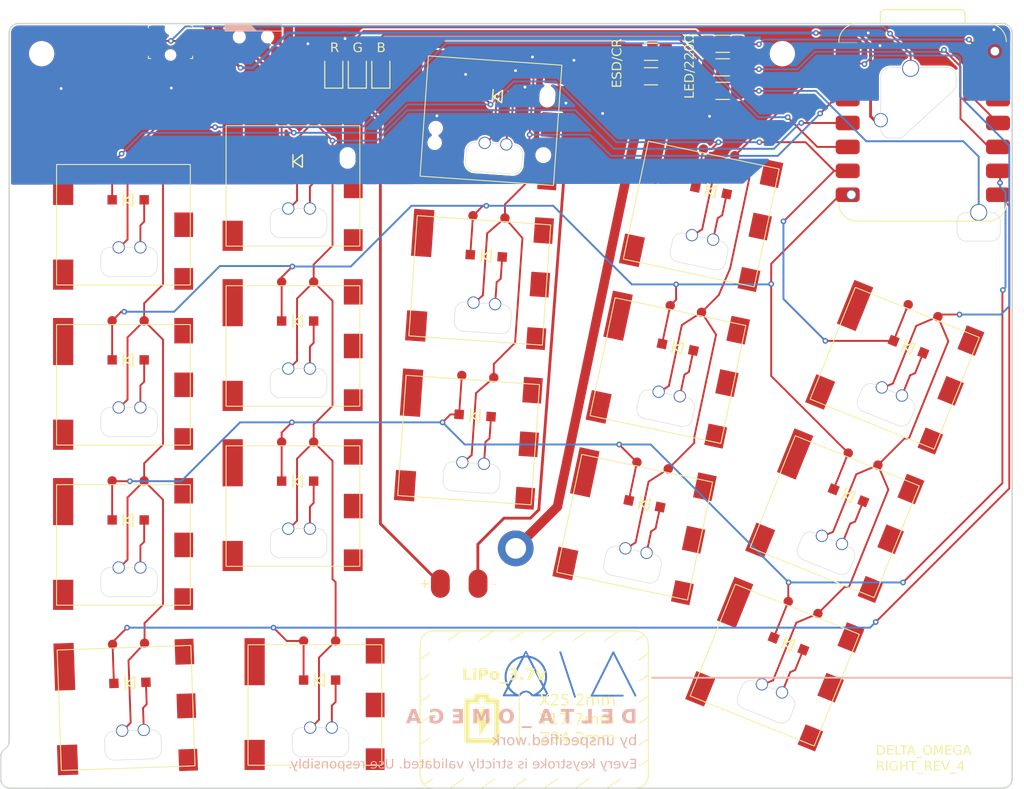
<source format=kicad_pcb>
(kicad_pcb (version 20241229) (generator "pcbnew") (generator_version "9.0")
  (title_block (title "delta-omega") (date "2025-08-24") (rev "v1.0.0") (company "Unknown"))
  (layers (0 "F.Cu" signal) (2 "B.Cu" signal) (13 "F.Paste" user) (15 "B.Paste" user) (5 "F.SilkS" user "F.Silkscreen") (7 "B.SilkS" user "B.Silkscreen") (1 "F.Mask" user) (3 "B.Mask" user) (25 "Edge.Cuts" user))
  (net 0 "")
  (net 1 "R_C1")
  (net 2 "R_R3")
  (net 3 "SW18_1")
  (net 4 "R_R2")
  (net 5 "SW19_1")
  (net 6 "R_R1")
  (net 7 "SW20_1")
  (net 8 "R_C2")
  (net 9 "SW21_1")
  (net 10 "SW22_1")
  (net 11 "SW23_1")
  (net 12 "R_C3")
  (net 13 "SW24_1")
  (net 14 "SW25_1")
  (net 15 "SW26_1")
  (net 16 "R_C4")
  (net 17 "SW27_1")
  (net 18 "SW28_1")
  (net 19 "SW29_1")
  (net 20 "R_C5")
  (net 21 "SW30_1")
  (net 22 "SW31_1")
  (net 23 "SW32_1")
  (net 24 "R_R4")
  (net 25 "SW33_1")
  (net 26 "SW34_1")
  (net 27 "R_RAW")
  (net 28 "R_BATP")
  (net 29 "R_RST")
  (net 30 "R_GND")
  (net 31 "R_VBUS")
  (net 32 "R_VCC")
  (net 33 "R_LED_R1")
  (net 34 "R_LED_R2")
  (net 35 "R_LED_R3")
  (net 36 "R_LED2")
  (net 37 "R_LED3")
  (net 38 "R_LED1")
  (net 39 "R_CGND")
  (footprint "Button_Switch_Keyboard:GENERIC_ULP_HANDSOLDER" (layer "F.Cu") (at 143.216075 87.964592)
    (property "Reference" "SW30" (hide yes))
    (property "Value" "ULP_SW" (hide yes))
    (fp_line (start -2.4 4.5) (end -2.4 3.4) (stroke (width 0.05)) (layer "Edge.Cuts"))
    (fp_line (start -1.4 2.4) (end 2.6 2.4) (stroke (width 0.05)) (layer "Edge.Cuts"))
    (fp_line (start 2.6 5.5) (end -1.4 5.5) (stroke (width 0.05)) (layer "Edge.Cuts"))
    (fp_line (start 3.6 3.4) (end 3.6 4.5) (stroke (width 0.05)) (layer "Edge.Cuts"))
    (fp_arc (start -2.4 3.4) (mid -2.107107 2.692893) (end -1.4 2.4) (stroke (width 0.05)) (layer "Edge.Cuts"))
    (fp_arc (start -1.4 5.5) (mid -2.107107 5.207107) (end -2.4 4.5) (stroke (width 0.05)) (layer "Edge.Cuts"))
    (fp_arc (start 2.6 2.4) (mid 3.307107 2.692893) (end 3.6 3.4) (stroke (width 0.05)) (layer "Edge.Cuts"))
    (fp_arc (start 3.6 4.5) (mid 3.307108 5.207107) (end 2.6 5.5) (stroke (width 0.05)) (layer "Edge.Cuts"))
  )
  (footprint "Resistor_SMD:R_1206_3216Metric_Pad1.30x1.75mm_HandSolder" (layer "F.Cu") (at 206.85 34.75)
    (property "Reference" "R1" (hide yes))
    (property "Value" "R_1206_3216Metric_Pad1.30x1.75mm_HandSolder" (hide yes))
  )
  (footprint "Button_Switch_Keyboard:GENERIC_ULP_HANDSOLDER" (layer "F.Cu") (at 161.216075 49.839592)
    (property "Reference" "SW29" (hide yes))
    (property "Value" "ULP_SW" (hide yes))
    (fp_line (start -2.4 4.5) (end -2.4 3.4) (stroke (width 0.05)) (layer "Edge.Cuts"))
    (fp_line (start -1.4 2.4) (end 2.6 2.4) (stroke (width 0.05)) (layer "Edge.Cuts"))
    (fp_line (start 2.6 5.5) (end -1.4 5.5) (stroke (width 0.05)) (layer "Edge.Cuts"))
    (fp_line (start 3.6 3.4) (end 3.6 4.5) (stroke (width 0.05)) (layer "Edge.Cuts"))
    (fp_arc (start -2.4 3.4) (mid -2.107107 2.692893) (end -1.4 2.4) (stroke (width 0.05)) (layer "Edge.Cuts"))
    (fp_arc (start -1.4 5.5) (mid -2.107107 5.207107) (end -2.4 4.5) (stroke (width 0.05)) (layer "Edge.Cuts"))
    (fp_arc (start 2.6 2.4) (mid 3.307107 2.692893) (end 3.6 3.4) (stroke (width 0.05)) (layer "Edge.Cuts"))
    (fp_arc (start 3.6 4.5) (mid 3.307108 5.207107) (end 2.6 5.5) (stroke (width 0.05)) (layer "Edge.Cuts"))
  )
  (footprint "ceoloide:mounting_hole_npth" (layer "F.Cu") (at 234.63215 110.6)
    (property "Reference" "MH8" (hide yes))
    (property "Value" "")
  )
  (footprint "ceoloide:mounting_hole_npth" (layer "F.Cu") (at 213.18215 35.8)
    (property "Reference" "MH4" (hide yes))
    (property "Value" "")
  )
  (footprint "ceoloide:mounting_hole_plated" (layer "F.Cu") (at 184.871136 88.331202)
    (property "Reference" "H2" (hide yes))
    (property "Value" "")
  )
  (footprint "Button_Switch_Keyboard:GENERIC_ULP_HANDSOLDER" (layer "F.Cu") (at 161.216075 66.839592)
    (property "Reference" "SW28" (hide yes))
    (property "Value" "ULP_SW" (hide yes))
    (fp_line (start -2.4 4.5) (end -2.4 3.4) (stroke (width 0.05)) (layer "Edge.Cuts"))
    (fp_line (start -1.4 2.4) (end 2.6 2.4) (stroke (width 0.05)) (layer "Edge.Cuts"))
    (fp_line (start 2.6 5.5) (end -1.4 5.5) (stroke (width 0.05)) (layer "Edge.Cuts"))
    (fp_line (start 3.6 3.4) (end 3.6 4.5) (stroke (width 0.05)) (layer "Edge.Cuts"))
    (fp_arc (start -2.4 3.4) (mid -2.107107 2.692893) (end -1.4 2.4) (stroke (width 0.05)) (layer "Edge.Cuts"))
    (fp_arc (start -1.4 5.5) (mid -2.107107 5.207107) (end -2.4 4.5) (stroke (width 0.05)) (layer "Edge.Cuts"))
    (fp_arc (start 2.6 2.4) (mid 3.307107 2.692893) (end 3.6 3.4) (stroke (width 0.05)) (layer "Edge.Cuts"))
    (fp_arc (start 3.6 4.5) (mid 3.307108 5.207107) (end 2.6 5.5) (stroke (width 0.05)) (layer "Edge.Cuts"))
  )
  (footprint "Button_Switch_Keyboard:GENERIC_ULP_HANDSOLDER" (layer "F.Cu") (at 143.216075 70.964592)
    (property "Reference" "SW31" (hide yes))
    (property "Value" "ULP_SW" (hide yes))
    (fp_line (start -2.4 4.5) (end -2.4 3.4) (stroke (width 0.05)) (layer "Edge.Cuts"))
    (fp_line (start -1.4 2.4) (end 2.6 2.4) (stroke (width 0.05)) (layer "Edge.Cuts"))
    (fp_line (start 2.6 5.5) (end -1.4 5.5) (stroke (width 0.05)) (layer "Edge.Cuts"))
    (fp_line (start 3.6 3.4) (end 3.6 4.5) (stroke (width 0.05)) (layer "Edge.Cuts"))
    (fp_arc (start -2.4 3.4) (mid -2.107107 2.692893) (end -1.4 2.4) (stroke (width 0.05)) (layer "Edge.Cuts"))
    (fp_arc (start -1.4 5.5) (mid -2.107107 5.207107) (end -2.4 4.5) (stroke (width 0.05)) (layer "Edge.Cuts"))
    (fp_arc (start 2.6 2.4) (mid 3.307107 2.692893) (end 3.6 3.4) (stroke (width 0.05)) (layer "Edge.Cuts"))
    (fp_arc (start 3.6 4.5) (mid 3.307108 5.207107) (end 2.6 5.5) (stroke (width 0.05)) (layer "Edge.Cuts"))
  )
  (footprint "Resistor_SMD:R_1206_3216Metric_Pad1.30x1.75mm_HandSolder" (layer "F.Cu") (at 206.85 39.75)
    (property "Reference" "R3" (hide yes))
    (property "Value" "R_1206_3216Metric_Pad1.30x1.75mm_HandSolder" (hide yes))
  )
  (footprint "LED_SMD:LED_0805_2012Metric_Pad1.15x1.40mm_HandSolder" (layer "F.Cu") (at 170.55 37.6 90)
    (property "Reference" "L3" (hide yes))
    (property "Value" "LED_0805_2012Metric_Pad1.15x1.40mm_HandSolder" (hide yes))
  )
  (footprint "Capacitor_SMD:C_1206_3216Metric_Pad1.33x1.80mm_HandSolder" (layer "F.Cu") (at 199.2375 38.2)
    (property "Reference" "C1" (hide yes))
    (property "Value" "C_1206_3216Metric_Pad1.33x1.80mm_HandSolder" (hide yes))
  )
  (footprint "Button_Switch_Keyboard:GENERIC_ULP_HANDSOLDER" (layer "F.Cu") (at 181.056996 59.872613 -4)
    (property "Reference" "SW25" (hide yes))
    (property "Value" "ULP_SW" (hide yes))
    (fp_line (start -2.4 4.5) (end -2.4 3.4) (stroke (width 0.05)) (layer "Edge.Cuts"))
    (fp_line (start -1.4 2.4) (end 2.6 2.4) (stroke (width 0.05)) (layer "Edge.Cuts"))
    (fp_line (start 2.6 5.5) (end -1.4 5.5) (stroke (width 0.05)) (layer "Edge.Cuts"))
    (fp_line (start 3.6 3.4) (end 3.6 4.5) (stroke (width 0.05)) (layer "Edge.Cuts"))
    (fp_arc (start -2.4 3.4) (mid -2.107107 2.692893) (end -1.4 2.4) (stroke (width 0.05)) (layer "Edge.Cuts"))
    (fp_arc (start -1.4 5.5) (mid -2.107107 5.207107) (end -2.4 4.5) (stroke (width 0.05)) (layer "Edge.Cuts"))
    (fp_arc (start 2.6 2.4) (mid 3.307107 2.692893) (end 3.6 3.4) (stroke (width 0.05)) (layer "Edge.Cuts"))
    (fp_arc (start 3.6 4.5) (mid 3.307108 5.207107) (end 2.6 5.5) (stroke (width 0.05)) (layer "Edge.Cuts"))
  )
  (footprint "Button_Switch_Keyboard:GENERIC_ULP_HANDSOLDER" (layer "F.Cu") (at 225.114839 69.203911 -22)
    (property "Reference" "SW20" (hide yes))
    (property "Value" "ULP_SW" (hide yes))
    (fp_line (start -2.4 4.5) (end -2.4 3.4) (stroke (width 0.05)) (layer "Edge.Cuts"))
    (fp_line (start -1.4 2.4) (end 2.6 2.4) (stroke (width 0.05)) (layer "Edge.Cuts"))
    (fp_line (start 2.6 5.5) (end -1.4 5.5) (stroke (width 0.05)) (layer "Edge.Cuts"))
    (fp_line (start 3.6 3.4) (end 3.6 4.5) (stroke (width 0.05)) (layer "Edge.Cuts"))
    (fp_arc (start -2.4 3.4) (mid -2.107107 2.692893) (end -1.4 2.4) (stroke (width 0.05)) (layer "Edge.Cuts"))
    (fp_arc (start -1.4 5.5) (mid -2.107107 5.207107) (end -2.4 4.5) (stroke (width 0.05)) (layer "Edge.Cuts"))
    (fp_arc (start 2.6 2.4) (mid 3.307107 2.692893) (end 3.6 3.4) (stroke (width 0.05)) (layer "Edge.Cuts"))
    (fp_arc (start 3.6 4.5) (mid 3.307108 5.207107) (end 2.6 5.5) (stroke (width 0.05)) (layer "Edge.Cuts"))
  )
  (footprint "LED_SMD:LED_0805_2012Metric_Pad1.15x1.40mm_HandSolder" (layer "F.Cu") (at 168.05 37.6 90)
    (property "Reference" "L2" (hide yes))
    (property "Value" "LED_0805_2012Metric_Pad1.15x1.40mm_HandSolder" (hide yes))
  )
  (footprint "Button_Switch_Keyboard:GENERIC_ULP_HANDSOLDER" (layer "F.Cu") (at 143.216075 53.964592)
    (property "Reference" "SW32" (hide yes))
    (property "Value" "ULP_SW" (hide yes))
    (fp_line (start -2.4 4.5) (end -2.4 3.4) (stroke (width 0.05)) (layer "Edge.Cuts"))
    (fp_line (start -1.4 2.4) (end 2.6 2.4) (stroke (width 0.05)) (layer "Edge.Cuts"))
    (fp_line (start 2.6 5.5) (end -1.4 5.5) (stroke (width 0.05)) (layer "Edge.Cuts"))
    (fp_line (start 3.6 3.4) (end 3.6 4.5) (stroke (width 0.05)) (layer "Edge.Cuts"))
    (fp_arc (start -2.4 3.4) (mid -2.107107 2.692893) (end -1.4 2.4) (stroke (width 0.05)) (layer "Edge.Cuts"))
    (fp_arc (start -1.4 5.5) (mid -2.107107 5.207107) (end -2.4 4.5) (stroke (width 0.05)) (layer "Edge.Cuts"))
    (fp_arc (start 2.6 2.4) (mid 3.307107 2.692893) (end 3.6 3.4) (stroke (width 0.05)) (layer "Edge.Cuts"))
    (fp_arc (start 3.6 4.5) (mid 3.307108 5.207107) (end 2.6 5.5) (stroke (width 0.05)) (layer "Edge.Cuts"))
  )
  (footprint "Button_Switch_Keyboard:GENERIC_ULP_HANDSOLDER" (layer "F.Cu") (at 197.503068 86.082466 -12)
    (property "Reference" "SW21" (hide yes))
    (property "Value" "ULP_SW" (hide yes))
    (fp_line (start -2.4 4.5) (end -2.4 3.4) (stroke (width 0.05)) (layer "Edge.Cuts"))
    (fp_line (start -1.4 2.4) (end 2.6 2.4) (stroke (width 0.05)) (layer "Edge.Cuts"))
    (fp_line (start 2.6 5.5) (end -1.4 5.5) (stroke (width 0.05)) (layer "Edge.Cuts"))
    (fp_line (start 3.6 3.4) (end 3.6 4.5) (stroke (width 0.05)) (layer "Edge.Cuts"))
    (fp_arc (start -2.4 3.4) (mid -2.107107 2.692893) (end -1.4 2.4) (stroke (width 0.05)) (layer "Edge.Cuts"))
    (fp_arc (start -1.4 5.5) (mid -2.107107 5.207107) (end -2.4 4.5) (stroke (width 0.05)) (layer "Edge.Cuts"))
    (fp_arc (start 2.6 2.4) (mid 3.307107 2.692893) (end 3.6 3.4) (stroke (width 0.05)) (layer "Edge.Cuts"))
    (fp_arc (start 3.6 4.5) (mid 3.307108 5.207107) (end 2.6 5.5) (stroke (width 0.05)) (layer "Edge.Cuts"))
  )
  (footprint "Button_Switch_Keyboard:GENERIC_ULP_HANDSOLDER" (layer "F.Cu") (at 182.242857 42.914024 -4)
    (property "Reference" "SW26" (hide yes))
    (property "Value" "ULP_SW" (hide yes))
    (fp_line (start -2.4 4.5) (end -2.4 3.4) (stroke (width 0.05)) (layer "Edge.Cuts"))
    (fp_line (start -1.4 2.4) (end 2.6 2.4) (stroke (width 0.05)) (layer "Edge.Cuts"))
    (fp_line (start 2.6 5.5) (end -1.4 5.5) (stroke (width 0.05)) (layer "Edge.Cuts"))
    (fp_line (start 3.6 3.4) (end 3.6 4.5) (stroke (width 0.05)) (layer "Edge.Cuts"))
    (fp_arc (start -2.4 3.4) (mid -2.107107 2.692893) (end -1.4 2.4) (stroke (width 0.05)) (layer "Edge.Cuts"))
    (fp_arc (start -1.4 5.5) (mid -2.107107 5.207107) (end -2.4 4.5) (stroke (width 0.05)) (layer "Edge.Cuts"))
    (fp_arc (start 2.6 2.4) (mid 3.307107 2.692893) (end 3.6 3.4) (stroke (width 0.05)) (layer "Edge.Cuts"))
    (fp_arc (start 3.6 4.5) (mid 3.307108 5.207107) (end 2.6 5.5) (stroke (width 0.05)) (layer "Edge.Cuts"))
  )
  (footprint "Module:XIAO-nRF52840" (layer "F.Cu") (at 228.13215 43.16)
    (property "Reference" "MCU1" (hide yes))
    (property "Value" "XIAO-nRF52840-SMD")
    (fp_line (start -4.5 0.600002) (end -4.5 -4.900001) (stroke (width 0.05)) (layer "Edge.Cuts"))
    (fp_line (start -3.500002 -5.9) (end 2.5 -5.9) (stroke (width 0.05)) (layer "Edge.Cuts"))
    (fp_line (start -2.688083 1.6) (end -3.500001 1.6) (stroke (width 0.05)) (layer "Edge.Cuts"))
    (fp_line (start 3.174568 -3.402622) (end -2.013512 1.338209) (stroke (width 0.05)) (layer "Edge.Cuts"))
    (fp_line (start 3.5 -4.9) (end 3.5 -4.14085) (stroke (width 0.05)) (layer "Edge.Cuts"))
    (fp_line (start 3.6 11.55) (end 3.6 10.5) (stroke (width 0.05)) (layer "Edge.Cuts"))
    (fp_line (start 4.6 9.5) (end 7.2 9.5) (stroke (width 0.05)) (layer "Edge.Cuts"))
    (fp_line (start 7.2 12.55) (end 4.6 12.55) (stroke (width 0.05)) (layer "Edge.Cuts"))
    (fp_line (start 8.2 10.5) (end 8.2 11.55) (stroke (width 0.05)) (layer "Edge.Cuts"))
    (fp_arc (start -4.5 -4.900001) (mid -4.207107 -5.607107) (end -3.500002 -5.9) (stroke (width 0.05)) (layer "Edge.Cuts"))
    (fp_arc (start -3.500001 1.6) (mid -4.207107 1.307107) (end -4.5 0.600002) (stroke (width 0.05)) (layer "Edge.Cuts"))
    (fp_arc (start -2.013512 1.338209) (mid -2.32629 1.532258) (end -2.688083 1.6) (stroke (width 0.05)) (layer "Edge.Cuts"))
    (fp_arc (start 2.5 -5.9) (mid 3.207107 -5.607107) (end 3.5 -4.9) (stroke (width 0.05)) (layer "Edge.Cuts"))
    (fp_arc (start 3.5 -4.14085) (mid 3.415031 -3.737457) (end 3.174565 -3.402626) (stroke (width 0.05)) (layer "Edge.Cuts"))
    (fp_arc (start 3.6 10.5) (mid 3.892893 9.792893) (end 4.6 9.5) (stroke (width 0.05)) (layer "Edge.Cuts"))
    (fp_arc (start 4.6 12.55) (mid 3.892893 12.257107) (end 3.6 11.55) (stroke (width 0.05)) (layer "Edge.Cuts"))
    (fp_arc (start 7.2 9.5) (mid 7.907107 9.792893) (end 8.2 10.5) (stroke (width 0.05)) (layer "Edge.Cuts"))
    (fp_arc (start 8.2 11.55) (mid 7.907107 12.257107) (end 7.2 12.55) (stroke (width 0.05)) (layer "Edge.Cuts"))
  )
  (footprint "power_switch" (layer "F.Cu") (at 157.016075 34.039592 90)
    (property "Reference" "")
    (property "Value" "")
  )
  (footprint "ceoloide:mounting_hole_npth" (layer "F.Cu") (at 132.01605 111.8)
    (property "Reference" "MH2" (hide yes))
    (property "Value" "")
  )
  (footprint "Resistor_SMD:R_1206_3216Metric_Pad1.30x1.75mm_HandSolder" (layer "F.Cu") (at 206.85 37.25)
    (property "Reference" "R2" (hide yes))
    (property "Value" "R_1206_3216Metric_Pad1.30x1.75mm_HandSolder" (hide yes))
  )
  (footprint "Button_Switch_Keyboard:GENERIC_ULP_HANDSOLDER" (layer "F.Cu") (at 204.572065 52.825448 -12)
    (property "Reference" "SW23" (hide yes))
    (property "Value" "ULP_SW" (hide yes))
    (fp_line (start -2.4 4.5) (end -2.4 3.4) (stroke (width 0.05)) (layer "Edge.Cuts"))
    (fp_line (start -1.4 2.4) (end 2.6 2.4) (stroke (width 0.05)) (layer "Edge.Cuts"))
    (fp_line (start 2.6 5.5) (end -1.4 5.5) (stroke (width 0.05)) (layer "Edge.Cuts"))
    (fp_line (start 3.6 3.4) (end 3.6 4.5) (stroke (width 0.05)) (layer "Edge.Cuts"))
    (fp_arc (start -2.4 3.4) (mid -2.107107 2.692893) (end -1.4 2.4) (stroke (width 0.05)) (layer "Edge.Cuts"))
    (fp_arc (start -1.4 5.5) (mid -2.107107 5.207107) (end -2.4 4.5) (stroke (width 0.05)) (layer "Edge.Cuts"))
    (fp_arc (start 2.6 2.4) (mid 3.307107 2.692893) (end 3.6 3.4) (stroke (width 0.05)) (layer "Edge.Cuts"))
    (fp_arc (start 3.6 4.5) (mid 3.307108 5.207107) (end 2.6 5.5) (stroke (width 0.05)) (layer "Edge.Cuts"))
  )
  (footprint "LED_SMD:LED_0805_2012Metric_Pad1.15x1.40mm_HandSolder" (layer "F.Cu") (at 165.55 37.6 90)
    (property "Reference" "L1" (hide yes))
    (property "Value" "LED_0805_2012Metric_Pad1.15x1.40mm_HandSolder" (hide yes))
  )
  (footprint "Button_Switch_Keyboard:GENERIC_ULP_HANDSOLDER" (layer "F.Cu") (at 161.216075 83.839592)
    (property "Reference" "SW27" (hide yes))
    (property "Value" "ULP_SW" (hide yes))
    (fp_line (start -2.4 4.5) (end -2.4 3.4) (stroke (width 0.05)) (layer "Edge.Cuts"))
    (fp_line (start -1.4 2.4) (end 2.6 2.4) (stroke (width 0.05)) (layer "Edge.Cuts"))
    (fp_line (start 2.6 5.5) (end -1.4 5.5) (stroke (width 0.05)) (layer "Edge.Cuts"))
    (fp_line (start 3.6 3.4) (end 3.6 4.5) (stroke (width 0.05)) (layer "Edge.Cuts"))
    (fp_arc (start -2.4 3.4) (mid -2.107107 2.692893) (end -1.4 2.4) (stroke (width 0.05)) (layer "Edge.Cuts"))
    (fp_arc (start -1.4 5.5) (mid -2.107107 5.207107) (end -2.4 4.5) (stroke (width 0.05)) (layer "Edge.Cuts"))
    (fp_arc (start 2.6 2.4) (mid 3.307107 2.692893) (end 3.6 3.4) (stroke (width 0.05)) (layer "Edge.Cuts"))
    (fp_arc (start 3.6 4.5) (mid 3.307108 5.207107) (end 2.6 5.5) (stroke (width 0.05)) (layer "Edge.Cuts"))
  )
  (footprint "Button_Switch_Keyboard:GENERIC_ULP_HANDSOLDER" (layer "F.Cu") (at 201.037566 69.453957 -12)
    (property "Reference" "SW22" (hide yes))
    (property "Value" "ULP_SW" (hide yes))
    (fp_line (start -2.4 4.5) (end -2.4 3.4) (stroke (width 0.05)) (layer "Edge.Cuts"))
    (fp_line (start -1.4 2.4) (end 2.6 2.4) (stroke (width 0.05)) (layer "Edge.Cuts"))
    (fp_line (start 2.6 5.5) (end -1.4 5.5) (stroke (width 0.05)) (layer "Edge.Cuts"))
    (fp_line (start 3.6 3.4) (end 3.6 4.5) (stroke (width 0.05)) (layer "Edge.Cuts"))
    (fp_arc (start -2.4 3.4) (mid -2.107107 2.692893) (end -1.4 2.4) (stroke (width 0.05)) (layer "Edge.Cuts"))
    (fp_arc (start -1.4 5.5) (mid -2.107107 5.207107) (end -2.4 4.5) (stroke (width 0.05)) (layer "Edge.Cuts"))
    (fp_arc (start 2.6 2.4) (mid 3.307107 2.692893) (end 3.6 3.4) (stroke (width 0.05)) (layer "Edge.Cuts"))
    (fp_arc (start 3.6 4.5) (mid 3.307108 5.207107) (end 2.6 5.5) (stroke (width 0.05)) (layer "Edge.Cuts"))
  )
  (footprint "ceoloide:reset_switch_smd_side" (layer "F.Cu") (at 148.216075 34.564592)
    (property "Reference" "RST2" (hide yes))
    (property "Value" "")
  )
  (footprint "Button_Switch_Keyboard:GENERIC_ULP_HANDSOLDER" (layer "F.Cu") (at 212.378215 100.728162 -22)
    (property "Reference" "SW18" (hide yes))
    (property "Value" "ULP_SW" (hide yes))
    (fp_line (start -2.4 4.5) (end -2.4 3.4) (stroke (width 0.05)) (layer "Edge.Cuts"))
    (fp_line (start -1.4 2.4) (end 2.6 2.4) (stroke (width 0.05)) (layer "Edge.Cuts"))
    (fp_line (start 2.6 5.5) (end -1.4 5.5) (stroke (width 0.05)) (layer "Edge.Cuts"))
    (fp_line (start 3.6 3.4) (end 3.6 4.5) (stroke (width 0.05)) (layer "Edge.Cuts"))
    (fp_arc (start -2.4 3.4) (mid -2.107107 2.692893) (end -1.4 2.4) (stroke (width 0.05)) (layer "Edge.Cuts"))
    (fp_arc (start -1.4 5.5) (mid -2.107107 5.207107) (end -2.4 4.5) (stroke (width 0.05)) (layer "Edge.Cuts"))
    (fp_arc (start 2.6 2.4) (mid 3.307107 2.692893) (end 3.6 3.4) (stroke (width 0.05)) (layer "Edge.Cuts"))
    (fp_arc (start 3.6 4.5) (mid 3.307108 5.207107) (end 2.6 5.5) (stroke (width 0.05)) (layer "Edge.Cuts"))
  )
  (footprint "Button_Switch_Keyboard:GENERIC_ULP_HANDSOLDER" (layer "F.Cu") (at 179.871136 76.831202 -4)
    (property "Reference" "SW24" (hide yes))
    (property "Value" "ULP_SW" (hide yes))
    (fp_line (start -2.4 4.5) (end -2.4 3.4) (stroke (width 0.05)) (layer "Edge.Cuts"))
    (fp_line (start -1.4 2.4) (end 2.6 2.4) (stroke (width 0.05)) (layer "Edge.Cuts"))
    (fp_line (start 2.6 5.5) (end -1.4 5.5) (stroke (width 0.05)) (layer "Edge.Cuts"))
    (fp_line (start 3.6 3.4) (end 3.6 4.5) (stroke (width 0.05)) (layer "Edge.Cuts"))
    (fp_arc (start -2.4 3.4) (mid -2.107107 2.692893) (end -1.4 2.4) (stroke (width 0.05)) (layer "Edge.Cuts"))
    (fp_arc (start -1.4 5.5) (mid -2.107107 5.207107) (end -2.4 4.5) (stroke (width 0.05)) (layer "Edge.Cuts"))
    (fp_arc (start 2.6 2.4) (mid 3.307107 2.692893) (end 3.6 3.4) (stroke (width 0.05)) (layer "Edge.Cuts"))
    (fp_arc (start 3.6 4.5) (mid 3.307108 5.207107) (end 2.6 5.5) (stroke (width 0.05)) (layer "Edge.Cuts"))
  )
  (footprint "Button_Switch_Keyboard:GENERIC_ULP_HANDSOLDER" (layer "F.Cu") (at 143.496034 105.275293 2)
    (property "Reference" "SW34" (hide yes))
    (property "Value" "ULP_SW" (hide yes))
    (fp_line (start -2.4 4.5) (end -2.4 3.4) (stroke (width 0.05)) (layer "Edge.Cuts"))
    (fp_line (start -1.4 2.4) (end 2.6 2.4) (stroke (width 0.05)) (layer "Edge.Cuts"))
    (fp_line (start 2.6 5.5) (end -1.4 5.5) (stroke (width 0.05)) (layer "Edge.Cuts"))
    (fp_line (start 3.6 3.4) (end 3.6 4.5) (stroke (width 0.05)) (layer "Edge.Cuts"))
    (fp_arc (start -2.4 3.4) (mid -2.107107 2.692893) (end -1.4 2.4) (stroke (width 0.05)) (layer "Edge.Cuts"))
    (fp_arc (start -1.4 5.5) (mid -2.107107 5.207107) (end -2.4 4.5) (stroke (width 0.05)) (layer "Edge.Cuts"))
    (fp_arc (start 2.6 2.4) (mid 3.307107 2.692893) (end 3.6 3.4) (stroke (width 0.05)) (layer "Edge.Cuts"))
    (fp_arc (start 3.6 4.5) (mid 3.307108 5.207107) (end 2.6 5.5) (stroke (width 0.05)) (layer "Edge.Cuts"))
  )
  (footprint "Button_Switch_Keyboard:GENERIC_ULP_HANDSOLDER" (layer "F.Cu") (at 163.546075 104.964592)
    (property "Reference" "SW33" (hide yes))
    (property "Value" "ULP_SW" (hide yes))
    (fp_line (start -2.4 4.5) (end -2.4 3.4) (stroke (width 0.05)) (layer "Edge.Cuts"))
    (fp_line (start -1.4 2.4) (end 2.6 2.4) (stroke (width 0.05)) (layer "Edge.Cuts"))
    (fp_line (start 2.6 5.5) (end -1.4 5.5) (stroke (width 0.05)) (layer "Edge.Cuts"))
    (fp_line (start 3.6 3.4) (end 3.6 4.5) (stroke (width 0.05)) (layer "Edge.Cuts"))
    (fp_arc (start -2.4 3.4) (mid -2.107107 2.692893) (end -1.4 2.4) (stroke (width 0.05)) (layer "Edge.Cuts"))
    (fp_arc (start -1.4 5.5) (mid -2.107107 5.207107) (end -2.4 4.5) (stroke (width 0.05)) (layer "Edge.Cuts"))
    (fp_arc (start 2.6 2.4) (mid 3.307107 2.692893) (end 3.6 3.4) (stroke (width 0.05)) (layer "Edge.Cuts"))
    (fp_arc (start 3.6 4.5) (mid 3.307108 5.207107) (end 2.6 5.5) (stroke (width 0.05)) (layer "Edge.Cuts"))
  )
  (footprint "simple_tht_fp" (layer "F.Cu") (at 178.871136 91.081202)
    (property "Reference" "TH2" (hide yes))
    (property "Value" "")
  )
  (footprint "Button_Switch_Keyboard:GENERIC_ULP_HANDSOLDER" (layer "F.Cu") (at 218.746527 84.966036 -22)
    (property "Reference" "SW19" (hide yes))
    (property "Value" "ULP_SW" (hide yes))
    (fp_line (start -2.4 4.5) (end -2.4 3.4) (stroke (width 0.05)) (layer "Edge.Cuts"))
    (fp_line (start -1.4 2.4) (end 2.6 2.4) (stroke (width 0.05)) (layer "Edge.Cuts"))
    (fp_line (start 2.6 5.5) (end -1.4 5.5) (stroke (width 0.05)) (layer "Edge.Cuts"))
    (fp_line (start 3.6 3.4) (end 3.6 4.5) (stroke (width 0.05)) (layer "Edge.Cuts"))
    (fp_arc (start -2.4 3.4) (mid -2.107107 2.692893) (end -1.4 2.4) (stroke (width 0.05)) (layer "Edge.Cuts"))
    (fp_arc (start -1.4 5.5) (mid -2.107107 5.207107) (end -2.4 4.5) (stroke (width 0.05)) (layer "Edge.Cuts"))
    (fp_arc (start 2.6 2.4) (mid 3.307107 2.692893) (end 3.6 3.4) (stroke (width 0.05)) (layer "Edge.Cuts"))
    (fp_arc (start 3.6 4.5) (mid 3.307108 5.207107) (end 2.6 5.5) (stroke (width 0.05)) (layer "Edge.Cuts"))
  )
  (footprint "ceoloide:mounting_hole_npth" (layer "F.Cu") (at 134.53215 35.8)
    (property "Reference" "MH6" (hide yes))
    (property "Value" "")
  )
  (footprint "Capacitor_SMD:C_1206_3216Metric_Pad1.33x1.80mm_HandSolder" (layer "F.Cu") (at 199.2375 35.6)
    (property "Reference" "R1" (hide yes))
    (property "Value" "C_1206_3216Metric_Pad1.33x1.80mm_HandSolder" (hide yes))
  )
  (gr_poly (pts (xy 185.949644 99.203221) (xy 185.9533 99.20345) (xy 185.957001 99.203824) (xy 185.960726 99.204335) (xy 185.964449 99.204976) (xy 185.968147 99.205739) (xy 185.971796 99.206619) (xy 185.975372 99.207608) (xy 185.978851 99.208699) (xy 185.98221 99.209885) (xy 185.985423 99.211158) (xy 185.988468 99.212513) (xy 185.99132 99.213941) (xy 185.993955 99.215435) (xy 185.99635 99.21699) (xy 185.998481 99.218597) (xy 186.001054 99.221451) (xy 186.004834 99.226738) (xy 186.009746 99.234323) (xy 186.015717 99.244071) (xy 186.030537 99.269521) (xy 186.048702 99.30201) (xy 186.069618 99.340464) (xy 186.092695 99.383807) (xy 186.117338 99.430963) (xy 186.142956 99.480857) (xy 186.268567 99.727663) (xy 186.387779 99.751662) (xy 186.467564 99.769156) (xy 186.54619 99.789278) (xy 186.623628 99.812012) (xy 186.699846 99.83734) (xy 186.774815 99.865248) (xy 186.848503 99.895719) (xy 186.920879 99.928737) (xy 186.991913 99.964286) (xy 187.061574 100.00235) (xy 187.129832 100.042913) (xy 187.196656 100.085958) (xy 187.262014 100.131471) (xy 187.325877 100.179434) (xy 187.388214 100.229831) (xy 187.448993 100.282647) (xy 187.508185 100.337866) (xy 187.577453 100.407512) (xy 187.643162 100.479154) (xy 187.705306 100.552778) (xy 187.763879 100.628373) (xy 187.818873 100.705924) (xy 187.870283 100.78542) (xy 187.918102 100.866848) (xy 187.962324 100.950195) (xy 188.002943 101.035448) (xy 188.039951 101.122594) (xy 188.073343 101.211621) (xy 188.103111 101.302516) (xy 188.129251 101.395266) (xy 188.151755 101.489859) (xy 188.170616 101.586281) (xy 188.185829 101.684521) (xy 188.192437 101.745617) (xy 188.197152 101.815087) (xy 188.199976 101.890029) (xy 188.20091 101.967541) (xy 188.199952 102.044721) (xy 188.197105 102.118669) (xy 188.192368 102.186482) (xy 188.185742 102.245259) (xy 188.169916 102.342677) (xy 188.150237 102.439877) (xy 188.126974 102.535982) (xy 188.100391 102.630115) (xy 188.070755 102.721397) (xy 188.038332 102.808951) (xy 188.003388 102.891899) (xy 187.985055 102.931371) (xy 187.96619 102.969363) (xy 187.943507 103.013515) (xy 188.176738 103.473693) (xy 188.268931 103.657402) (xy 188.34291 103.808345) (xy 188.39211 103.912908) (xy 188.405368 103.943541) (xy 188.409969 103.957474) (xy 188.409903 103.960555) (xy 188.409706 103.963623) (xy 188.40893 103.969703) (xy 188.407661 103.975689) (xy 188.405917 103.981554) (xy 188.403719 103.987271) (xy 188.401086 103.992813) (xy 188.398036 103.998155) (xy 188.394591 104.003269) (xy 188.390768 104.008128) (xy 188.386588 104.012706) (xy 188.382069 104.016976) (xy 188.377232 104.020913) (xy 188.372096 104.024488) (xy 188.366679 104.027675) (xy 188.361003 104.030448) (xy 188.355085 104.03278) (xy 188.348455 104.033962) (xy 188.335528 104.035061) (xy 188.290451 104.037015) (xy 188.219199 104.038649) (xy 188.121117 104.039971) (xy 187.84184 104.041705) (xy 187.447374 104.042271) (xy 186.56689 104.042271) (xy 186.533995 103.992727) (xy 186.524871 103.979627) (xy 186.514195 103.965418) (xy 186.502141 103.950281) (xy 186.488885 103.934395) (xy 186.4746 103.91794) (xy 186.459462 103.901097) (xy 186.427323 103.866965) (xy 186.393864 103.83344) (xy 186.360483 103.801962) (xy 186.344258 103.787442) (xy 186.328576 103.773973) (xy 186.313612 103.761737) (xy 186.29954 103.750913) (xy 186.278903 103.736206) (xy 186.257641 103.722196) (xy 186.235846 103.708918) (xy 186.213612 103.696407) (xy 186.19103 103.684698) (xy 186.168194 103.673824) (xy 186.145196 103.663822) (xy 186.12213 103.654725) (xy 186.099088 103.646568) (xy 186.076162 103.639386) (xy 186.053446 103.633214) (xy 186.031032 103.628086) (xy 186.009013 103.624037) (xy 185.987481 103.621102) (xy 185.966531 103.619316) (xy 185.946253 103.618713) (xy 185.909946 103.620471) (xy 185.872678 103.625661) (xy 185.834653 103.634155) (xy 185.796071 103.645826) (xy 185.757136 103.660544) (xy 185.718049 103.678183) (xy 185.679014 103.698614) (xy 185.640231 103.721711) (xy 185.601904 103.747344) (xy 185.564235 103.775387) (xy 185.527425 103.805711) (xy 185.491678 103.838189) (xy 185.457195 103.872692) (xy 185.424178 103.909094) (xy 185.39283 103.947266) (xy 185.363353 103.98708) (xy 185.32464 104.042271) (xy 184.441118 104.041712) (xy 183.811943 104.039192) (xy 183.616508 104.036774) (xy 183.539935 104.033923) (xy 183.539935 104.033922) (xy 183.536942 104.032631) (xy 183.534021 104.031239) (xy 183.531173 104.029748) (xy 183.528401 104.028161) (xy 183.525706 104.026481) (xy 183.523089 104.024711) (xy 183.520553 104.022852) (xy 183.518099 104.020908) (xy 183.515729 104.018881) (xy 183.513445 104.016773) (xy 183.511248 104.014589) (xy 183.509141 104.012329) (xy 183.507124 104.009997) (xy 183.5052 104.007596) (xy 183.50337 104.005127) (xy 183.501636 104.002595) (xy 183.5 104) (xy 183.498464 103.997347) (xy 183.497029 103.994637) (xy 183.495697 103.991873) (xy 183.494469 103.989058) (xy 183.493348 103.986194) (xy 183.492336 103.983285) (xy 183.491433 103.980332) (xy 183.490642 103.977338) (xy 183.489964 103.974307) (xy 183.489401 103.97124) (xy 183.488955 103.968141) (xy 183.488628 103.965011) (xy 183.488421 103.961854) (xy 183.488336 103.958672) (xy 183.488375 103.955468) (xy 183.489243 103.949756) (xy 183.49161 103.94143) (xy 183.495544 103.930351) (xy 183.501112 103.916377) (xy 183.508381 103.89937) (xy 183.517418 103.879189) (xy 183.541065 103.828743) (xy 183.545852 103.818897) (xy 183.784335 103.818897) (xy 183.784377 103.819744) (xy 183.784959 103.820551) (xy 183.786116 103.821318) (xy 183.78788 103.822046) (xy 183.790288 103.822736) (xy 183.793373 103.82339) (xy 183.801712 103.824589) (xy 183.813172 103.825651) (xy 183.828026 103.826584) (xy 183.846549 103.827394) (xy 183.869016 103.828088) (xy 183.895702 103.828674) (xy 183.926879 103.829158) (xy 184.003809 103.829852) (xy 184.102002 103.830226) (xy 184.223654 103.830338) (xy 184.535939 103.829239) (xy 184.630937 103.828049) (xy 184.665827 103.826596) (xy 184.665705 103.826309) (xy 184.665342 103.82584) (xy 184.66392 103.824371) (xy 184.661607 103.822228) (xy 184.658452 103.819449) (xy 184.649809 103.812141) (xy 184.638373 103.802758) (xy 184.624527 103.791611) (xy 184.608654 103.779012) (xy 184.591139 103.765272) (xy 184.572364 103.750702) (xy 184.54179 103.72654) (xy 184.510744 103.700921) (xy 184.479393 103.674017) (xy 184.447903 103.646) (xy 184.38517 103.587307) (xy 184.323877 103.526211) (xy 184.265354 103.464079) (xy 184.237546 103.433053) (xy 184.210931 103.402281) (xy 184.185673 103.371935) (xy 184.161939 103.342185) (xy 184.139895 103.313202) (xy 184.119708 103.285158) (xy 184.113097 103.275864) (xy 184.106687 103.26719) (xy 184.100634 103.259324) (xy 184.095096 103.252459) (xy 184.090231 103.246784) (xy 184.086197 103.242488) (xy 184.084541 103.240918) (xy 184.083152 103.239763) (xy 184.082049 103.239049) (xy 184.081252 103.238798) (xy 184.067012 103.262751) (xy 184.033142 103.326159) (xy 183.932703 103.520179) (xy 183.83231 103.718533) (xy 183.798497 103.787359) (xy 183.784335 103.818897) (xy 183.545852 103.818897) (xy 183.572587 103.76392) (xy 183.612523 103.683598) (xy 183.661408 103.586657) (xy 183.719779 103.471974) (xy 183.950163 103.02089) (xy 183.946614 103.01304) (xy 184.197809 103.01304) (xy 184.197878 103.013786) (xy 184.198081 103.014724) (xy 184.198879 103.017153) (xy 184.200176 103.02028) (xy 184.201945 103.024061) (xy 184.204159 103.028447) (xy 184.206792 103.033393) (xy 184.213205 103.04478) (xy 184.22097 103.057849) (xy 184.22987 103.072231) (xy 184.239693 103.087555) (xy 184.250221 103.103449) (xy 184.288156 103.15769) (xy 184.328288 103.211043) (xy 184.370482 103.263389) (xy 184.414604 103.314611) (xy 184.460519 103.364591) (xy 184.508093 103.413213) (xy 184.557191 103.460357) (xy 184.60768 103.505907) (xy 184.659425 103.549746) (xy 184.71229 103.591756) (xy 184.766144 103.631819) (xy 184.820849 103.669818) (xy 184.876273 103.705636) (xy 184.932281 103.739154) (xy 184.988739 103.770256) (xy 185.045512 103.798824) (xy 185.064094 103.807477) (xy 185.072512 103.811171) (xy 185.080445 103.81447) (xy 185.087967 103.817394) (xy 185.095151 103.819961) (xy 185.102069 103.82219) (xy 185.108797 103.824102) (xy 185.115406 103.825715) (xy 185.121969 103.827049) (xy 185.128561 103.828123) (xy 185.135254 103.828957) (xy 185.142121 103.82957) (xy 185.149237 103.829981) (xy 185.156673 103.830209) (xy 185.164503 103.830275) (xy 185.217735 103.830211) (xy 185.261888 103.776512) (xy 185.274842 103.761241) (xy 185.288789 103.74571) (xy 185.303634 103.729997) (xy 185.319286 103.714182) (xy 185.33565 103.698341) (xy 185.352635 103.682555) (xy 185.370145 103.666902) (xy 185.38809 103.65146) (xy 185.406375 103.636308) (xy 185.424907 103.621524) (xy 185.443594 103.607188) (xy 185.462342 103.593377) (xy 185.481058 103.580171) (xy 185.499649 103.567648) (xy 185.518023 103.555886) (xy 185.536085 103.544965) (xy 185.562075 103.530285) (xy 185.588127 103.516675) (xy 185.614263 103.504129) (xy 185.640506 103.492641) (xy 185.666878 103.482206) (xy 185.6934 103.472817) (xy 185.720095 103.464471) (xy 185.746984 103.45716) (xy 185.77409 103.45088) (xy 185.801435 103.445625) (xy 185.82904 103.441389) (xy 185.856928 103.438167) (xy 185.885121 103.435953) (xy 185.913641 103.434742) (xy 185.942509 103.434529) (xy 185.971749 103.435307) (xy 185.995216 103.436543) (xy 186.017843 103.438204) (xy 186.039733 103.440316) (xy 186.060993 103.442906) (xy 186.081726 103.446) (xy 186.102039 103.449627) (xy 186.122036 103.453814) (xy 186.141823 103.458586) (xy 186.161504 103.463972) (xy 186.181184 103.469998) (xy 186.200969 103.476692) (xy 186.220964 103.48408) (xy 186.241274 103.492189) (xy 186.262004 103.501047) (xy 186.283259 103.510681) (xy 186.305144 103.521117) (xy 186.326349 103.531773) (xy 186.347224 103.54289) (xy 186.367779 103.554479) (xy 186.388023 103.566545) (xy 186.407969 103.579098) (xy 186.427625 103.592145) (xy 186.447004 103.605694) (xy 186.466114 103.619754) (xy 186.484968 103.634331) (xy 186.503575 103.649434) (xy 186.521946 103.665072) (xy 186.540091 103.681251) (xy 186.558021 103.697981) (xy 186.575747 103.715268) (xy 186.593279 103.733121) (xy 186.610628 103.751547) (xy 186.683291 103.830339) (xy 186.734303 103.830339) (xy 186.742422 103.830258) (xy 186.750057 103.829985) (xy 186.757349 103.82947) (xy 186.764438 103.828666) (xy 186.771464 103.827526) (xy 186.778567 103.826002) (xy 186.785889 103.824045) (xy 186.791274 103.822337) (xy 187.235509 103.822337) (xy 187.236045 103.822771) (xy 187.237638 103.823197) (xy 187.243917 103.824023) (xy 187.268286 103.82556) (xy 187.307335 103.826923) (xy 187.359785 103.828091) (xy 187.424356 103.829039) (xy 187.499765 103.829746) (xy 187.67798 103.830338) (xy 187.894807 103.829843) (xy 188.029736 103.828099) (xy 188.071325 103.826636) (xy 188.09824 103.824715) (xy 188.112418 103.822286) (xy 188.115334 103.820865) (xy 188.115791 103.8193) (xy 188.096071 103.777935) (xy 188.059244 103.704913) (xy 187.958189 103.509627) (xy 187.860464 103.324897) (xy 187.827801 103.265071) (xy 187.813909 103.24218) (xy 187.813376 103.24218) (xy 187.812689 103.242398) (xy 187.811853 103.242831) (xy 187.810874 103.243471) (xy 187.8085 103.245355) (xy 187.805603 103.248008) (xy 187.80222 103.251389) (xy 187.798387 103.255454) (xy 187.79414 103.260162) (xy 187.789515 103.26547) (xy 187.784548 103.271337) (xy 187.779277 103.27772) (xy 187.773736 103.284577) (xy 187.767963 103.291865) (xy 187.761993 103.299543) (xy 187.755862 103.307569) (xy 187.749607 103.315899) (xy 187.743265 103.324493) (xy 187.722215 103.352346) (xy 187.698977 103.381429) (xy 187.673797 103.411498) (xy 187.646922 103.442309) (xy 187.618599 103.473618) (xy 187.589072 103.505182) (xy 187.527397 103.568098) (xy 187.463868 103.629105) (xy 187.432025 103.658284) (xy 187.400457 103.686253) (xy 187.369411 103.71277) (xy 187.339134 103.737591) (xy 187.309871 103.760471) (xy 187.28187 103.781167) (xy 187.272557 103.787993) (xy 187.263869 103.794677) (xy 187.255996 103.801049) (xy 187.249128 103.806942) (xy 187.243455 103.812186) (xy 187.241126 103.814512) (xy 187.239167 103.816612) (xy 187.237603 103.818466) (xy 187.236455 103.820052) (xy 187.23575 103.821349) (xy 187.23557 103.821883) (xy 187.235509 103.822337) (xy 186.791274 103.822337) (xy 186.79357 103.821608) (xy 186.80175 103.818643) (xy 186.810569 103.815103) (xy 186.820169 103.810938) (xy 186.83069 103.806102) (xy 186.842271 103.800547) (xy 186.855055 103.794225) (xy 186.884788 103.779087) (xy 186.942531 103.748108) (xy 186.999318 103.715185) (xy 187.055084 103.680375) (xy 187.109765 103.643738) (xy 187.163294 103.605332) (xy 187.215608 103.565215) (xy 187.266641 103.523446) (xy 187.316328 103.480084) (xy 187.364604 103.435187) (xy 187.411405 103.388814) (xy 187.456664 103.341023) (xy 187.500318 103.291873) (xy 187.542301 103.241422) (xy 187.582549 103.189729) (xy 187.620995 103.136852) (xy 187.657576 103.082851) (xy 187.704345 103.011247) (xy 186.921978 101.47587) (xy 186.153575 99.974999) (xy 186.39661 99.974999) (xy 187.816188 102.765245) (xy 187.816926 102.766276) (xy 187.817728 102.766995) (xy 187.818595 102.767397) (xy 187.819053 102.767478) (xy 187.819529 102.767478) (xy 187.820532 102.767236) (xy 187.821605 102.766667) (xy 187.822751 102.765766) (xy 187.82397 102.76453) (xy 187.825264 102.762956) (xy 187.826636 102.76104) (xy 187.828086 102.758778) (xy 187.829616 102.756167) (xy 187.831228 102.753203) (xy 187.832924 102.749883) (xy 187.836573 102.742157) (xy 187.840576 102.73296) (xy 187.844947 102.722265) (xy 187.849698 102.710041) (xy 187.854843 102.696259) (xy 187.860394 102.68089) (xy 187.866366 102.663905) (xy 187.87277 102.645275) (xy 187.879622 102.624971) (xy 187.901738 102.555035) (xy 187.921385 102.484794) (xy 187.938561 102.414294) (xy 187.953264 102.34358) (xy 187.96549 102.272697) (xy 187.975239 102.201689) (xy 187.982508 102.130602) (xy 187.987295 102.05948) (xy 187.989596 101.988369) (xy 187.989411 101.917314) (xy 187.986737 101.846359) (xy 187.981572 101.775549) (xy 187.973913 101.70493) (xy 187.963758 101.634546) (xy 187.951105 101.564442) (xy 187.935951 101.494664) (xy 187.901412 101.366813) (xy 187.858992 101.242335) (xy 187.808973 101.121536) (xy 187.751632 101.004722) (xy 187.687248 100.892197) (xy 187.6161 100.784267) (xy 187.538466 100.681238) (xy 187.454626 100.583415) (xy 187.364859 100.491103) (xy 187.269443 100.404607) (xy 187.168657 100.324234) (xy 187.062779 100.250288) (xy 186.95209 100.183074) (xy 186.836867 100.122898) (xy 186.717389 100.070066) (xy 186.593935 100.024883) (xy 186.547348 100.00978) (xy 186.507107 99.997233) (xy 186.473171 99.987229) (xy 186.445499 99.979758) (xy 186.424047 99.97481) (xy 186.408777 99.972375) (xy 186.403446 99.972096) (xy 186.399645 99.972441) (xy 186.397368 99.97341) (xy 186.396799 99.974127) (xy 186.39661 99.974999) (xy 186.153575 99.974999) (xy 186.132007 99.932872) (xy 186.130428 99.931878) (xy 186.127735 99.930906) (xy 186.119252 99.929035) (xy 186.107041 99.927274) (xy 186.09159 99.925642) (xy 186.052903 99.922831) (xy 186.007074 99.920738) (xy 185.957988 99.919498) (xy 185.909526 99.91925) (xy 185.865572 99.920128) (xy 185.846499 99.921032) (xy 185.830009 99.922269) (xy 185.763301 99.92852) (xy 184.980555 101.464498) (xy 184.427741 102.552974) (xy 184.197809 103.01304) (xy 183.946614 103.01304) (xy 183.900695 102.91147) (xy 183.861612 102.820393) (xy 183.826531 102.72893) (xy 183.795455 102.637104) (xy 183.768386 102.544939) (xy 183.745326 102.452459) (xy 183.726278 102.359689) (xy 183.711244 102.266652) (xy 183.700226 102.173373) (xy 183.693227 102.079875) (xy 183.69025 101.986183) (xy 183.690563 101.958035) (xy 183.906475 101.958035) (xy 183.90759 102.040536) (xy 183.910963 102.11812) (xy 183.916755 102.191951) (xy 183.925125 102.263189) (xy 183.936235 102.332997) (xy 183.950245 102.402538) (xy 183.967315 102.472974) (xy 183.987606 102.545467) (xy 183.99985 102.585226) (xy 184.012837 102.624859) (xy 184.025964 102.662769) (xy 184.038629 102.697362) (xy 184.050229 102.72704) (xy 184.060163 102.750209) (xy 184.067826 102.765271) (xy 184.070618 102.769263) (xy 184.072617 102.77063) (xy 184.084812 102.749045) (xy 184.117443 102.687197) (xy 184.235073 102.460059) (xy 184.61726 101.71343) (xy 184.617259 101.71343) (xy 185.330739 100.312991) (xy 185.505556 99.969706) (xy 185.467691 99.976104) (xy 185.446222 99.980331) (xy 185.421768 99.98621) (xy 185.365421 100.002347) (xy 185.301691 100.023363) (xy 185.233622 100.048104) (xy 185.164254 100.07542) (xy 185.096632 100.104157) (xy 185.033796 100.133164) (xy 185.005124 100.147408) (xy 184.978789 100.161287) (xy 184.893805 100.210251) (xy 184.811515 100.262974) (xy 184.732034 100.319318) (xy 184.655479 100.379144) (xy 184.581967 100.442315) (xy 184.511614 100.50869) (xy 184.444536 100.578132) (xy 184.380849 100.650502) (xy 184.320671 100.725661) (xy 184.264116 100.803471) (xy 184.211303 100.883793) (xy 184.162346 100.966488) (xy 184.117363 101.051419) (xy 184.07647 101.138446) (xy 184.039783 101.227431) (xy 184.007418 101.318234) (xy 183.982533 101.3985) (xy 183.961445 101.476836) (xy 183.952278 101.515568) (xy 183.944007 101.554164) (xy 183.936611 101.59274) (xy 183.930073 101.631409) (xy 183.924376 101.67029) (xy 183.919499 101.709495) (xy 183.915427 101.749142) (xy 183.912139 101.789346) (xy 183.907846 101.871884) (xy 183.906475 101.958035) (xy 183.690563 101.958035) (xy 183.691295 101.89232) (xy 183.696366 101.798312) (xy 183.705465 101.704181) (xy 183.718595 101.609952) (xy 183.735757 101.515649) (xy 183.756954 101.421295) (xy 183.779838 101.335881) (xy 183.806211 101.251379) (xy 183.835995 101.167915) (xy 183.869112 101.085612) (xy 183.905484 101.004597) (xy 183.945032 100.924994) (xy 183.987679 100.846928) (xy 184.033346 100.770525) (xy 184.081955 100.69591) (xy 184.133429 100.623207) (xy 184.187689 100.552542) (xy 184.244656 100.48404) (xy 184.304254 100.417826) (xy 184.366404 100.354024) (xy 184.431028 100.292761) (xy 184.498047 100.234161) (xy 184.533037 100.205619) (xy 184.569962 100.177058) (xy 184.608613 100.148599) (xy 184.648782 100.120364) (xy 184.690258 100.092475) (xy 184.732834 100.065051) (xy 184.776299 100.038215) (xy 184.820444 100.012087) (xy 184.865061 99.986789) (xy 184.90994 99.962442) (xy 184.954872 99.939167) (xy 184.999648 99.917085) (xy 185.044059 99.896317) (xy 185.087895 99.876985) (xy 185.130947 99.85921) (xy 185.173007 99.843113) (xy 185.216191 99.828343) (xy 185.268097 99.812281) (xy 185.325427 99.795789) (xy 185.384886 99.77973) (xy 185.443177 99.764967) (xy 185.497005 99.752363) (xy 185.543074 99.74278) (xy 185.578088 99.737081) (xy 185.629373 99.730812) (xy 185.643708 99.702158) (xy 185.831456 99.702158) (xy 185.831612 99.70238) (xy 185.832075 99.702598) (xy 185.833891 99.703027) (xy 185.836842 99.70344) (xy 185.840868 99.703837) (xy 185.851899 99.704572) (xy 185.866494 99.705213) (xy 185.884164 99.705742) (xy 185.904419 99.706142) (xy 185.926772 99.706395) (xy 185.950732 99.706483) (xy 186.070007 99.706483) (xy 186.012482 99.591686) (xy 186.00079 99.568626) (xy 185.989616 99.547113) (xy 185.979225 99.527618) (xy 185.969881 99.510611) (xy 185.961846 99.496564) (xy 185.955384 99.485948) (xy 185.950759 99.479233) (xy 185.949218 99.477485) (xy 185.948234 99.47689) (xy 185.945955 99.479295) (xy 185.94153 99.486104) (xy 185.927509 99.510494) (xy 185.908703 99.545178) (xy 185.887642 99.585274) (xy 185.866857 99.625901) (xy 185.848877 99.662179) (xy 185.836233 99.689225) (xy 185.832703 99.69776) (xy 185.831456 99.702158) (xy 185.643708 99.702158) (xy 185.747317 99.495048) (xy 185.794977 99.40129) (xy 185.837554 99.320294) (xy 185.870404 99.260716) (xy 185.88173 99.241664) (xy 185.888882 99.231213) (xy 185.892345 99.227195) (xy 185.895665 99.223555) (xy 185.898878 99.220278) (xy 185.902015 99.217347) (xy 185.905111 99.214745) (xy 185.906654 99.213563) (xy 185.908199 99.212456) (xy 185.909751 99.211424) (xy 185.911313 99.210464) (xy 185.91289 99.209573) (xy 185.914487 99.208751) (xy 185.916106 99.207995) (xy 185.917754 99.207302) (xy 185.919433 99.206671) (xy 185.921148 99.206099) (xy 185.922903 99.205586) (xy 185.924702 99.205127) (xy 185.92655 99.204722) (xy 185.928451 99.204369) (xy 185.932427 99.203808) (xy 185.936665 99.203428) (xy 185.941198 99.203212) (xy 185.94606 99.203143)) (fill yes) (layer "B.Cu"))
  (gr_line (start 196.23231 103.968533) (end 192.93231 103.968533) (stroke (width 0.2)) (layer "B.Cu"))
  (gr_line (start 195.23231 99.368533) (end 197.58231 103.968533) (stroke (width 0.2)) (layer "B.Cu"))
  (gr_line (start 191.15731 104.081033) (end 189.60731 99.356033) (stroke (width 0.2)) (layer "B.Cu"))
  (gr_line (start 192.93231 103.968533) (end 195.23231 99.368533) (stroke (width 0.2)) (layer "B.Cu"))
  (gr_line (start 197.936469 113.746939) (end 197.858231 113.8) (stroke (width 0.1)) (layer "F.SilkS"))
  (gr_line (start 198.954691 108.53512) (end 197.954691 109.213316) (stroke (width 0.1)) (layer "F.SilkS"))
  (gr_arc (start 174.7197 98.500001) (mid 175.12975 97.510051) (end 176.1197 97.100001) (stroke (width 0.1)) (layer "F.SilkS"))
  (gr_line (start 192.66613 112.8) (end 191.191631 113.8) (stroke (width 0.1)) (layer "F.SilkS"))
  (gr_line (start 179.149459 97.100001) (end 177.67496 98.100001) (stroke (width 0.1)) (layer "F.SilkS"))
  (gr_line (start 189.149359 97.100001) (end 187.67486 98.100001) (stroke (width 0.1)) (layer "F.SilkS"))
  (gr_line (start 175.7197 99.426053) (end 174.7197 100.104249) (stroke (width 0.1)) (layer "F.SilkS"))
  (gr_poly (pts (xy 181.541667 106.3875) (xy 182.335417 106.3875) (xy 181.012501 108.239583) (xy 181.012501 106.916666) (xy 180.218751 106.916666) (xy 181.541667 105.064583)) (fill yes) (layer "F.SilkS"))
  (gr_line (start 198.954691 104.013855) (end 197.954691 104.692051) (stroke (width 0.1)) (layer "F.SilkS"))
  (gr_line (start 175.7197 103.947318) (end 174.7197 104.625514) (stroke (width 0.1)) (layer "F.SilkS"))
  (gr_line (start 198.954691 112.4) (end 198.954691 98.500001) (stroke (width 0.1)) (layer "F.SilkS"))
  (gr_line (start 176.01873 112.787047) (end 175.12975 113.389949) (stroke (width 0.1)) (layer "F.SilkS"))
  (gr_line (start 182.482759 97.100001) (end 181.00826 98.100001) (stroke (width 0.1)) (layer "F.SilkS"))
  (gr_line (start 175.7197 101.686685) (end 174.7197 102.364882) (stroke (width 0.1)) (layer "F.SilkS"))
  (gr_arc (start 176.1197 113.8) (mid 175.129751 113.389949) (end 174.7197 112.4) (stroke (width 0.1)) (layer "F.SilkS"))
  (gr_poly (pts (xy 181.819866 103.742011) (xy 181.833303 103.743033) (xy 181.846545 103.744715) (xy 181.859574 103.747042) (xy 181.872375 103.749996) (xy 181.884931 103.753562) (xy 181.897225 103.757722) (xy 181.90924 103.762459) (xy 181.92096 103.767758) (xy 181.932368 103.773601) (xy 181.943448 103.779972) (xy 181.954183 103.786854) (xy 181.964557 103.79423) (xy 181.974552 103.802085) (xy 181.984152 103.810401) (xy 181.993341 103.819162) (xy 182.002101 103.828351) (xy 182.010417 103.837951) (xy 182.018272 103.847946) (xy 182.025648 103.858319) (xy 182.03253 103.869054) (xy 182.038901 103.880134) (xy 182.044744 103.891543) (xy 182.050042 103.903263) (xy 182.054779 103.915278) (xy 182.058939 103.927571) (xy 182.062504 103.940127) (xy 182.065459 103.952928) (xy 182.067785 103.965957) (xy 182.069468 103.979198) (xy 182.070489 103.992635) (xy 182.070834 104.00625) (xy 182.070834 104.270833) (xy 182.864584 104.270833) (xy 182.8782 104.271178) (xy 182.891637 104.272199) (xy 182.904878 104.273882) (xy 182.917908 104.276209) (xy 182.930709 104.279163) (xy 182.943264 104.282729) (xy 182.955558 104.286888) (xy 182.967573 104.291626) (xy 182.979293 104.296924) (xy 182.990702 104.302767) (xy 183.001782 104.309138) (xy 183.012516 104.31602) (xy 183.02289 104.323397) (xy 183.032885 104.331252) (xy 183.042485 104.339568) (xy 183.051674 104.348328) (xy 183.060434 104.357517) (xy 183.06875 104.367118) (xy 183.076605 104.377113) (xy 183.083981 104.387486) (xy 183.090863 104.398221) (xy 183.097234 104.409301) (xy 183.103077 104.420709) (xy 183.108375 104.432429) (xy 183.113113 104.444444) (xy 183.117272 104.456738) (xy 183.120837 104.469294) (xy 183.123792 104.482094) (xy 183.126118 104.495123) (xy 183.127801 104.508365) (xy 183.128823 104.521801) (xy 183.129167 104.535417) (xy 183.129167 108.76875) (xy 183.128823 108.782365) (xy 183.127801 108.795802) (xy 183.126118 108.809044) (xy 183.123792 108.822073) (xy 183.120837 108.834874) (xy 183.117272 108.84743) (xy 183.113113 108.859724) (xy 183.108375 108.871739) (xy 183.103077 108.883459) (xy 183.097234 108.894867) (xy 183.090863 108.905947) (xy 183.083981 108.916682) (xy 183.076605 108.927056) (xy 183.06875 108.937051) (xy 183.060434 108.946651) (xy 183.051674 108.95584) (xy 183.042485 108.9646) (xy 183.032885 108.972916) (xy 183.02289 108.980771) (xy 183.012516 108.988147) (xy 183.001782 108.995029) (xy 182.990702 109.0014) (xy 182.979293 109.007243) (xy 182.967573 109.012541) (xy 182.955558 109.017279) (xy 182.943264 109.021438) (xy 182.930709 109.025004) (xy 182.917908 109.027958) (xy 182.904878 109.030285) (xy 182.891637 109.031967) (xy 182.8782 109.032989) (xy 182.864584 109.033333) (xy 179.689584 109.033333) (xy 179.675969 109.032989) (xy 179.662532 109.031967) (xy 179.649291 109.030285) (xy 179.636261 109.027958) (xy 179.623461 109.025004) (xy 179.610905 109.021438) (xy 179.598612 109.017279) (xy 179.586597 109.012541) (xy 179.574877 109.007243) (xy 179.563468 109.0014) (xy 179.552388 108.995029) (xy 179.541653 108.988147) (xy 179.53128 108.980771) (xy 179.521285 108.972916) (xy 179.511685 108.9646) (xy 179.502496 108.95584) (xy 179.493735 108.946651) (xy 179.485419 108.937051) (xy 179.477564 108.927056) (xy 179.470188 108.916682) (xy 179.463306 108.905947) (xy 179.456935 108.894867) (xy 179.451092 108.883459) (xy 179.445793 108.871739) (xy 179.441056 108.859724) (xy 179.436896 108.84743) (xy 179.43333 108.834874) (xy 179.430376 108.822073) (xy 179.428049 108.809044) (xy 179.426367 108.795802) (xy 179.425345 108.782365) (xy 179.425001 108.76875) (xy 179.425001 104.8) (xy 179.954167 104.8) (xy 179.954167 108.504167) (xy 182.6 108.504167) (xy 182.6 104.8) (xy 181.541667 104.8) (xy 181.541667 104.270833) (xy 181.012501 104.270833) (xy 181.012501 104.8) (xy 179.954167 104.8) (xy 179.425001 104.8) (xy 179.425001 104.535417) (xy 179.425345 104.521801) (xy 179.426367 104.508365) (xy 179.428049 104.495123) (xy 179.430376 104.482094) (xy 179.43333 104.469294) (xy 179.436896 104.456738) (xy 179.441056 104.444444) (xy 179.445793 104.432429) (xy 179.451092 104.420709) (xy 179.456935 104.409301) (xy 179.463306 104.398221) (xy 179.470188 104.387486) (xy 179.477564 104.377113) (xy 179.485419 104.367118) (xy 179.493735 104.357517) (xy 179.502496 104.348328) (xy 179.511685 104.339568) (xy 179.521285 104.331252) (xy 179.53128 104.323397) (xy 179.541653 104.31602) (xy 179.552388 104.309138) (xy 179.563468 104.302767) (xy 179.574877 104.296924) (xy 179.586597 104.291626) (xy 179.598612 104.286888) (xy 179.610905 104.282729) (xy 179.623461 104.279163) (xy 179.636261 104.276209) (xy 179.649291 104.273882) (xy 179.662532 104.272199) (xy 179.675969 104.271178) (xy 179.689584 104.270833) (xy 180.483334 104.270833) (xy 180.483334 104.00625) (xy 180.483678 103.992635) (xy 180.4847 103.979198) (xy 180.486383 103.965957) (xy 180.488709 103.952928) (xy 180.491664 103.940127) (xy 180.495229 103.927571) (xy 180.499389 103.915278) (xy 180.504126 103.903263) (xy 180.509425 103.891543) (xy 180.515268 103.880134) (xy 180.521639 103.869054) (xy 180.528521 103.858319) (xy 180.535898 103.847946) (xy 180.543752 103.837951) (xy 180.552068 103.828351) (xy 180.560829 103.819162) (xy 180.570018 103.810401) (xy 180.579618 103.802085) (xy 180.589613 103.79423) (xy 180.599987 103.786854) (xy 180.610722 103.779972) (xy 180.621802 103.773601) (xy 180.63321 103.767758) (xy 180.64493 103.762459) (xy 180.656945 103.757722) (xy 180.669239 103.753562) (xy 180.681794 103.749996) (xy 180.694595 103.747042) (xy 180.707624 103.744715) (xy 180.720865 103.743033) (xy 180.734302 103.742011) (xy 180.747917 103.741667) (xy 181.80625 103.741667)) (fill yes) (layer "F.SilkS"))
  (gr_line (start 175.7197 108.468583) (end 174.7197 109.146779) (stroke (width 0.1)) (layer "F.SilkS"))
  (gr_line (start 179.33293 112.8) (end 177.858431 113.8) (stroke (width 0.1)) (layer "F.SilkS"))
  (gr_line (start 185.816059 97.100001) (end 184.34156 98.100001) (stroke (width 0.1)) (layer "F.SilkS"))
  (gr_line (start 198.954691 110.795752) (end 197.954691 111.473949) (stroke (width 0.1)) (layer "F.SilkS"))
  (gr_line (start 175.7197 106.20795) (end 174.7197 106.886147) (stroke (width 0.1)) (layer "F.SilkS"))
  (gr_line (start 194.914179 97.100001) (end 176.1197 97.100001) (stroke (width 0.1)) (layer "F.SilkS"))
  (gr_line (start 195.99943 112.8) (end 194.524931 113.8) (stroke (width 0.1)) (layer "F.SilkS"))
  (gr_line (start 174.7197 98.500001) (end 174.7197 112.4) (stroke (width 0.1)) (layer "F.SilkS"))
  (gr_line (start 198.954691 106.274487) (end 197.954691 106.952684) (stroke (width 0.1)) (layer "F.SilkS"))
  (gr_line (start 175.7197 110.729215) (end 174.7197 111.407412) (stroke (width 0.1)) (layer "F.SilkS"))
  (gr_arc (start 198.954691 112.4) (mid 198.54464 113.389946) (end 197.554691 113.8) (stroke (width 0.1)) (layer "F.SilkS"))
  (gr_line (start 195.815959 97.100001) (end 194.34146 98.100001) (stroke (width 0.1)) (layer "F.SilkS"))
  (gr_line (start 176.1197 113.8) (end 197.554691 113.8) (stroke (width 0.1)) (layer "F.SilkS"))
  (gr_line (start 185.25 103.7) (end 185.25 109.3) (stroke (width 0.1)) (layer "F.SilkS"))
  (gr_line (start 198.954691 101.753222) (end 197.954691 102.431419) (stroke (width 0.1)) (layer "F.SilkS"))
  (gr_line (start 185.99953 112.8) (end 184.525031 113.8) (stroke (width 0.1)) (layer "F.SilkS"))
  (gr_line (start 192.482659 97.100001) (end 191.00816 98.100001) (stroke (width 0.1)) (layer "F.SilkS"))
  (gr_line (start 189.33283 112.8) (end 187.858331 113.8) (stroke (width 0.1)) (layer "F.SilkS"))
  (gr_line (start 176.1197 113.8) (end 197.554691 113.8) (stroke (width 0.1)) (layer "F.SilkS"))
  (gr_line (start 198.54464 97.510052) (end 197.655661 98.112955) (stroke (width 0.1)) (layer "F.SilkS"))
  (gr_arc (start 197.554691 97.100001) (mid 198.544646 97.510048) (end 198.954691 98.500001) (stroke (width 0.1)) (layer "F.SilkS"))
  (gr_line (start 182.66623 112.8) (end 181.191731 113.8) (stroke (width 0.1)) (layer "F.SilkS"))
  (gr_line (start 197.554691 97.100001) (end 194.914179 97.100001) (stroke (width 0.1)) (layer "F.SilkS"))
  (gr_line (start 198.954691 99.49259) (end 197.954691 100.170786) (stroke (width 0.1)) (layer "F.SilkS"))
  (gr_line (start 237.60731 102.068533) (end 199.35731 102.068533) (stroke (width 0.2)) (layer "B.SilkS"))
  (gr_poly (pts (xy 156.7 32.75) (xy 157.35 33.4) (xy 154.025 33.4) (xy 154.025 32.75)) (stroke (width 0.1)) (fill yes) (layer "B.SilkS"))
  (gr_rect (start 154.025 32.75) (end 160.025 33.4) (stroke (width 0.1)) (fill no) (layer "B.SilkS"))
  (gr_arc (start 131.08215 108.805) (mid 130.96249 109.279356) (end 130.63215 109.640177) (stroke (width 0.15)) (layer "Edge.Cuts"))
  (gr_arc (start 237.58215 112.8) (mid 237.28926 113.507124) (end 236.58215 113.8) (stroke (width 0.15)) (layer "Edge.Cuts"))
  (gr_line (start 130.18215 110.4753) (end 130.18215 112.8) (stroke (width 0.15)) (layer "Edge.Cuts"))
  (gr_line (start 131.08215 33.6) (end 131.08215 108.082801) (stroke (width 0.15)) (layer "Edge.Cuts"))
  (gr_arc (start 131.1821 113.8) (mid 130.475011 113.507124) (end 130.18215 112.8) (stroke (width 0.15)) (layer "Edge.Cuts"))
  (gr_line (start 236.5821 32.6) (end 132.08215 32.6) (stroke (width 0.15)) (layer "Edge.Cuts"))
  (gr_line (start 237.58215 112.8) (end 237.58215 33.6101) (stroke (width 0.15)) (layer "Edge.Cuts"))
  (gr_line (start 131.1821 113.8) (end 134.648151 113.8) (stroke (width 0.15)) (layer "Edge.Cuts"))
  (gr_line (start 134.648151 113.8) (end 236.58215 113.8) (stroke (width 0.15)) (layer "Edge.Cuts"))
  (gr_arc (start 236.5821 32.6) (mid 237.289254 32.892882) (end 237.58215 33.6101) (stroke (width 0.15)) (layer "Edge.Cuts"))
  (gr_line (start 131.08215 108.082801) (end 131.08215 108.805) (stroke (width 0.15)) (layer "Edge.Cuts"))
  (gr_arc (start 131.08215 33.6) (mid 131.37504 32.892876) (end 132.08215 32.6) (stroke (width 0.15)) (layer "Edge.Cuts"))
  (gr_arc (start 130.18215 110.4753) (mid 130.301806 110.001003) (end 130.63215 109.640177) (stroke (width 0.15)) (layer "Edge.Cuts"))
  (gr_text "G" (at 167.55 35.8 0) (layer "F.SilkS") (effects (font (size 1 1) (thickness 0.155)) (justify left bottom)))
  (gr_text "B" (at 170.1 35.8 0) (layer "F.SilkS") (effects (font (size 1 1) (thickness 0.155)) (justify left bottom)))
  (gr_text "+" (at 174.65 92.7 0) (layer "F.SilkS") (effects (font (size 1 1) (thickness 0.155)) (justify left bottom)))
  (gr_text "R" (at 165.15 35.8 0) (layer "F.SilkS") (effects (font (size 1 1) (thickness 0.155)) (justify left bottom)))
  (gr_text "DELTA_OMEGA\nRIGHT_REV_4" (at 223.1 112.1 0) (layer "F.SilkS") (effects (font (size 1 1) (thickness 0.155)) (justify left bottom)))
  (gr_text "ESD/CR" (at 196.25 39.45 90) (layer "F.SilkS") (effects (font (size 1 1) (thickness 0.155)) (justify left bottom)))
  (gr_text "LED/220Ω" (at 203.95 40.6 90) (layer "F.SilkS") (effects (font (size 1 1) (thickness 0.155)) (justify left bottom)))
  (gr_text "LiPo_3.7v" (at 179.15 102.5 0) (layer "F.SilkS") (effects (font (size 1.2 1.2) (thickness 0.24) (bold yes)) (justify left bottom)))
  (gr_text "-" (at 182.4 92.7 0) (layer "F.SilkS") (effects (font (size 1 1) (thickness 0.155)) (justify left bottom)))
  (gr_text "X25.2mm\nY17.7mm\nZ04.2mm" (at 187.35 109.25 0) (layer "F.SilkS") (effects (font (size 1.2 1.2) (thickness 0.1)) (justify left bottom)))
  (gr_text "by unspecified.work" (at 197.78231 109.418533 0) (layer "B.SilkS") (effects (font (size 1.1 1.1) (thickness 0.1375)) (justify left bottom mirror)))
  (gr_text "D E L T A _ O M E G A" (at 197.78231 107.168533 0) (layer "B.SilkS") (effects (font (size 1.5 1.5) (thickness 0.3) (bold yes)) (justify left bottom mirror)))
  (gr_text "Every keystroke is strictly validated. Use responsibly." (at 197.78231 111.868533 0) (layer "B.SilkS") (effects (font (size 1 1) (thickness 0.155)) (justify left bottom mirror)))
  (segment (start 218.562291 86.580585) (end 217.086061 87.207208) (width 0.2) (layer "F.Cu") (net 1))
  (segment (start 220.265497 92.420886) (end 219.791904 92.420886) (width 0.2) (layer "F.Cu") (net 1))
  (segment (start 226.160216 76.65876) (end 223.333656 79.48532) (width 0.2) (layer "F.Cu") (net 1))
  (segment (start 229.701969 63.723195) (end 230.807676 66.328078) (width 0.2) (layer "F.Cu") (net 1))
  (segment (start 226.633809 76.65876) (end 226.160216 76.65876) (width 0.2) (layer "F.Cu") (net 1))
  (segment (start 223.333657 79.48532) (end 224.439364 82.090203) (width 0.2) (layer "F.Cu") (net 1))
  (segment (start 229.701969 63.723195) (end 227.403007 64.699046) (width 0.2) (layer "F.Cu") (net 1))
  (segment (start 232 63.5) (end 229.925163 63.5) (width 0.2) (layer "F.Cu") (net 1))
  (segment (start 212.193979 102.342711) (end 210.717749 102.969333) (width 0.2) (layer "F.Cu") (net 1))
  (segment (start 224.930603 70.81846) (end 223.454373 71.445082) (width 0.2) (layer "F.Cu") (net 1))
  (segment (start 214.666383 96.223297) (end 212.193979 102.342711) (width 0.2) (layer "F.Cu") (net 1))
  (segment (start 221.85 36.85) (end 221.43215 36.85) (width 0.2) (layer "F.Cu") (net 1))
  (segment (start 223.333657 79.48532) (end 221.034695 80.461172) (width 0.2) (layer "F.Cu") (net 1))
  (segment (start 230.807676 66.328078) (end 226.633809 76.65876) (width 0.2) (layer "F.Cu") (net 1))
  (segment (start 221.43215 36.85) (end 220.12215 35.54) (width 0.2) (layer "F.Cu") (net 1))
  (segment (start 219.791904 92.420886) (end 216.965344 95.247446) (width 0.2) (layer "F.Cu") (net 1))
  (segment (start 221.034695 80.461172) (end 218.562291 86.580585) (width 0.2) (layer "F.Cu") (net 1))
  (segment (start 227.403007 64.699046) (end 224.930603 70.81846) (width 0.2) (layer "F.Cu") (net 1))
  (segment (start 221.9 36.9) (end 221.85 36.85) (width 0.2) (layer "F.Cu") (net 1))
  (segment (start 229.925163 63.5) (end 229.701968 63.723195) (width 0.2) (layer "F.Cu") (net 1))
  (segment (start 216.965345 95.247446) (end 214.666383 96.223297) (width 0.2) (layer "F.Cu") (net 1))
  (segment (start 224.439364 82.090203) (end 220.265497 92.420886) (width 0.2) (layer "F.Cu") (net 1))
  (via (at 232 63.5) (size 0.6) (drill 0.3) (layers "F.Cu" "B.Cu") (net 1))
  (via (at 221.9 36.9) (size 0.6) (drill 0.3) (layers "F.Cu" "B.Cu") (net 1))
  (segment (start 221.9 36.9) (end 222.8 36) (width 0.2) (layer "B.Cu") (net 1))
  (segment (start 236.4 63.5) (end 232 63.5) (width 0.2) (layer "B.Cu") (net 1))
  (segment (start 231.75 36) (end 232.05 36.3) (width 0.2) (layer "B.Cu") (net 1))
  (segment (start 232.05 40.35) (end 237.28115 45.58115) (width 0.2) (layer "B.Cu") (net 1))
  (segment (start 237.28115 45.58115) (end 237.28115 62.61885) (width 0.2) (layer "B.Cu") (net 1))
  (segment (start 232.05 36.3) (end 232.05 40.35) (width 0.2) (layer "B.Cu") (net 1))
  (segment (start 237.28115 62.61885) (end 236.4 63.5) (width 0.2) (layer "B.Cu") (net 1))
  (segment (start 222.8 36) (end 231.75 36) (width 0.2) (layer "B.Cu") (net 1))
  (segment (start 160.016075 77.039592) (end 160.016075 76.033925) (width 0.2) (layer "F.Cu") (net 2))
  (segment (start 195.85 77.3) (end 197.731568 79.181568) (width 0.2) (layer "F.Cu") (net 2))
  (segment (start 236.3 48.45285) (end 236.08715 48.24) (width 0.2) (layer "F.Cu") (net 2))
  (segment (start 143.9 81.2) (end 142.051483 81.2) (width 0.2) (layer "F.Cu") (net 2))
  (segment (start 236.55 60.95) (end 236.6 60.9) (width 0.2) (layer "F.Cu") (net 2))
  (segment (start 236.3 49.505) (end 236.3 48.45285) (width 0.2) (layer "F.Cu") (net 2))
  (segment (start 160.016075 76.033925) (end 161.1 74.95) (width 0.2) (layer "F.Cu") (net 2))
  (segment (start 212.258302 97.821596) (end 213.812919 93.973783) (width 0.2) (layer "F.Cu") (net 2))
  (segment (start 160.016075 81.189592) (end 160.016075 77.039592) (width 0.2) (layer "F.Cu") (net 2))
  (segment (start 178.858914 74.103949) (end 177.946051 74.103949) (width 0.2) (layer "F.Cu") (net 2))
  (segment (start 142.016075 85.314592) (end 142.016075 81.164592) (width 0.2) (layer "F.Cu") (net 2))
  (segment (start 177.946051 74.103949) (end 177.1 74.95) (width 0.2) (layer "F.Cu") (net 2))
  (segment (start 178.858914 74.10395) (end 179.148404 69.964059) (width 0.2) (layer "F.Cu") (net 2))
  (segment (start 197.731568 79.181568) (end 197.74309 79.181568) (width 0.2) (layer "F.Cu") (net 2))
  (segment (start 213.85 91.95) (end 213.812919 91.987081) (width 0.2) (layer "F.Cu") (net 2))
  (segment (start 142.051483 81.2) (end 142.016075 81.164592) (width 0.2) (layer "F.Cu") (net 2))
  (segment (start 196.880257 83.240881) (end 197.74309 79.181568) (width 0.2) (layer "F.Cu") (net 2))
  (segment (start 226 91.95) (end 236.55 81.4) (width 0.2) (layer "F.Cu") (net 2))
  (segment (start 236.55 81.4) (end 236.55 60.95) (width 0.2) (layer "F.Cu") (net 2))
  (segment (start 213.812919 91.987081) (end 213.812919 93.973784) (width 0.2) (layer "F.Cu") (net 2))
  (via (at 236.3 49.505) (size 0.6) (drill 0.3) (layers "F.Cu" "B.Cu") (net 2))
  (via (at 143.9 81.2) (size 0.6) (drill 0.3) (layers "F.Cu" "B.Cu") (net 2))
  (via (at 161.1 74.95) (size 0.6) (drill 0.3) (layers "F.Cu" "B.Cu") (net 2))
  (via (at 236.6 60.9) (size 0.6) (drill 0.3) (layers "F.Cu" "B.Cu") (net 2))
  (via (at 177.1 74.95) (size 0.6) (drill 0.3) (layers "F.Cu" "B.Cu") (net 2))
  (via (at 195.85 77.3) (size 0.6) (drill 0.3) (layers "F.Cu" "B.Cu") (net 2))
  (via (at 213.85 91.95) (size 0.6) (drill 0.3) (layers "F.Cu" "B.Cu") (net 2))
  (via (at 226 91.95) (size 0.6) (drill 0.3) (layers "F.Cu" "B.Cu") (net 2))
  (segment (start 236.88015 50.48015) (end 236.3 49.9) (width 0.2) (layer "B.Cu") (net 2))
  (segment (start 149.35 81.2) (end 155.6 74.95) (width 0.2) (layer "B.Cu") (net 2))
  (segment (start 226 91.95) (end 213.85 91.95) (width 0.2) (layer "B.Cu") (net 2))
  (segment (start 143.9 81.2) (end 149.35 81.2) (width 0.2) (layer "B.Cu") (net 2))
  (segment (start 236.3 49.9) (end 236.3 49.505) (width 0.2) (layer "B.Cu") (net 2))
  (segment (start 236.6 60.9) (end 236.88015 60.61985) (width 0.2) (layer "B.Cu") (net 2))
  (segment (start 161.1 74.95) (end 177.1 74.95) (width 0.2) (layer "B.Cu") (net 2))
  (segment (start 195.85 77.3) (end 179.45 77.3) (width 0.2) (layer "B.Cu") (net 2))
  (segment (start 155.6 74.95) (end 161.1 74.95) (width 0.2) (layer "B.Cu") (net 2))
  (segment (start 199.2 77.3) (end 213.85 91.95) (width 0.2) (layer "B.Cu") (net 2))
  (segment (start 195.85 77.3) (end 199.2 77.3) (width 0.2) (layer "B.Cu") (net 2))
  (segment (start 236.88015 60.61985) (end 236.88015 50.48015) (width 0.2) (layer "B.Cu") (net 2))
  (segment (start 179.45 77.3) (end 177.1 74.95) (width 0.2) (layer "B.Cu") (net 2))
  (segment (start 214.54189 101.245707) (end 215.410727 99.095259) (width 0.2) (layer "F.Cu") (net 3))
  (segment (start 213.035708 103.90585) (end 214.021174 101.466738) (width 0.2) (layer "F.Cu") (net 3))
  (segment (start 214.021174 101.466738) (end 214.54189 101.245707) (width 0.2) (layer "F.Cu") (net 3))
  (segment (start 212 60.25) (end 212 58.1) (width 0.2) (layer "F.Cu") (net 4))
  (segment (start 142.980667 63.2) (end 142.016075 64.164592) (width 0.2) (layer "F.Cu") (net 4))
  (segment (start 181.389733 51.95) (end 181.75 51.95) (width 0.2) (layer "F.Cu") (net 4))
  (segment (start 160.016075 60.039592) (end 160.016075 59.533925) (width 0.2) (layer "F.Cu") (net 4))
  (segment (start 180.334263 53.00547) (end 181.389733 51.95) (width 0.2) (layer "F.Cu") (net 4))
  (segment (start 212 60.25) (end 212 70.030427) (width 0.2) (layer "F.Cu") (net 4))
  (segment (start 160.016075 64.189592) (end 160.016075 60.039592) (width 0.2) (layer "F.Cu") (net 4))
  (segment (start 142.016075 68.314592) (end 142.016075 64.164592) (width 0.2) (layer "F.Cu") (net 4))
  (segment (start 200.414755 66.612372) (end 201.277589 62.553059) (width 0.2) (layer "F.Cu") (net 4))
  (segment (start 218.626614 82.059471) (end 220.181232 78.211658) (width 0.2) (layer "F.Cu") (net 4))
  (segment (start 143.3 63.2) (end 142.980667 63.2) (width 0.2) (layer "F.Cu") (net 4))
  (segment (start 212 58.1) (end 219.32 50.78) (width 0.2) (layer "F.Cu") (net 4))
  (segment (start 201.9 61.930647) (end 201.9 60.3) (width 0.2) (layer "F.Cu") (net 4))
  (segment (start 219.32 50.78) (end 220.51215 50.78) (width 0.2) (layer "F.Cu") (net 4))
  (segment (start 160.016075 59.533925) (end 161.15 58.4) (width 0.2) (layer "F.Cu") (net 4))
  (segment (start 180.044774 57.145361) (end 180.334264 53.00547) (width 0.2) (layer "F.Cu") (net 4))
  (segment (start 212 70.030427) (end 220.181231 78.211658) (width 0.2) (layer "F.Cu") (net 4))
  (segment (start 201.277588 62.553059) (end 201.9 61.930647) (width 0.2) (layer "F.Cu") (net 4))
  (via (at 181.75 51.95) (size 0.6) (drill 0.3) (layers "F.Cu" "B.Cu") (net 4))
  (via (at 143.3 63.2) (size 0.6) (drill 0.3) (layers "F.Cu" "B.Cu") (net 4))
  (via (at 201.9 60.3) (size 0.6) (drill 0.3) (layers "F.Cu" "B.Cu") (net 4))
  (via (at 212 60.25) (size 0.6) (drill 0.3) (layers "F.Cu" "B.Cu") (net 4))
  (via (at 161.15 58.4) (size 0.6) (drill 0.3) (layers "F.Cu" "B.Cu") (net 4))
  (segment (start 148.6 63.2) (end 143.3 63.2) (width 0.2) (layer "B.Cu") (net 4))
  (segment (start 181.75 51.95) (end 188.85 51.95) (width 0.2) (layer "B.Cu") (net 4))
  (segment (start 166.65 58.4) (end 161.15 58.4) (width 0.2) (layer "B.Cu") (net 4))
  (segment (start 181.75 51.95) (end 173.8 51.95) (width 0.2) (layer "B.Cu") (net 4))
  (segment (start 212 60.25) (end 211.95 60.3) (width 0.2) (layer "B.Cu") (net 4))
  (segment (start 197.2 60.3) (end 201.9 60.3) (width 0.2) (layer "B.Cu") (net 4))
  (segment (start 188.85 51.95) (end 197.2 60.3) (width 0.2) (layer "B.Cu") (net 4))
  (segment (start 161.15 58.4) (end 161.1 58.35) (width 0.2) (layer "B.Cu") (net 4))
  (segment (start 161.1 58.35) (end 153.45 58.35) (width 0.2) (layer "B.Cu") (net 4))
  (segment (start 153.45 58.35) (end 148.6 63.2) (width 0.2) (layer "B.Cu") (net 4))
  (segment (start 173.8 51.95) (end 167.35 58.4) (width 0.2) (layer "B.Cu") (net 4))
  (segment (start 211.95 60.3) (end 201.9 60.3) (width 0.2) (layer "B.Cu") (net 4))
  (segment (start 167.35 58.4) (end 166.65 58.4) (width 0.2) (layer "B.Cu") (net 4))
  (segment (start 220.910202 85.483581) (end 221.779039 83.333133) (width 0.2) (layer "F.Cu") (net 5))
  (segment (start 220.389486 85.704612) (end 220.910202 85.483581) (width 0.2) (layer "F.Cu") (net 5))
  (segment (start 219.404021 88.143724) (end 220.389486 85.704612) (width 0.2) (layer "F.Cu") (net 5))
  (segment (start 143.025 46.425) (end 142.285408 47.164592) (width 0.2) (layer "F.Cu") (net 6))
  (segment (start 218.69 48.24) (end 220.12215 48.24) (width 0.2) (layer "F.Cu") (net 6))
  (segment (start 160.139592 43.039592) (end 160.016075 43.039592) (width 0.2) (layer "F.Cu") (net 6))
  (segment (start 181.230634 40.186772) (end 181.520124 36.046881) (width 0.2) (layer "F.Cu") (net 6))
  (segment (start 210.75 45.2) (end 215.65 45.2) (width 0.2) (layer "F.Cu") (net 6))
  (segment (start 142.016075 51.314592) (end 142.016075 47.164592) (width 0.2) (layer "F.Cu") (net 6))
  (segment (start 142.285408 47.164592) (end 142.016075 47.164592) (width 0.2) (layer "F.Cu") (net 6))
  (segment (start 161.3 44.2) (end 160.139592 43.039592) (width 0.2) (layer "F.Cu") (net 6))
  (segment (start 213.33 53.6) (end 218.69 48.24) (width 0.2) (layer "F.Cu") (net 6))
  (segment (start 203.949254 49.983862) (end 204.812087 45.92455) (width 0.2) (layer "F.Cu") (net 6))
  (segment (start 182.196307 41.152443) (end 181.230635 40.186771) (width 0.2) (layer "F.Cu") (net 6))
  (segment (start 182.196413 41.198477) (end 182.196307 41.198371) (width 0.2) (layer "F.Cu") (net 6))
  (segment (start 160.016075 47.189592) (end 160.016075 43.039592) (width 0.2) (layer "F.Cu") (net 6))
  (segment (start 224.994926 66.297345) (end 226.549544 62.449532) (width 0.2) (layer "F.Cu") (net 6))
  (segment (start 213.3 53.6) (end 213.33 53.6) (width 0.2) (layer "F.Cu") (net 6))
  (segment (start 182.196307 41.198371) (end 182.196307 41.152443) (width 0.2) (layer "F.Cu") (net 6))
  (segment (start 217.75 66.297346) (end 224.994926 66.297346) (width 0.2) (layer "F.Cu") (net 6))
  (segment (start 205.67545 45.92455) (end 206.4 45.2) (width 0.2) (layer "F.Cu") (net 6))
  (segment (start 204.812087 45.92455) (end 205.67545 45.92455) (width 0.2) (layer "F.Cu") (net 6))
  (segment (start 215.65 45.2) (end 218.69 48.24) (width 0.2) (layer "F.Cu") (net 6))
  (via (at 182.196413 41.198477) (size 0.6) (drill 0.3) (layers "F.Cu" "B.Cu") (net 6))
  (via (at 210.75 45.2) (size 0.6) (drill 0.3) (layers "F.Cu" "B.Cu") (net 6))
  (via (at 213.3 53.6) (size 0.6) (drill 0.3) (layers "F.Cu" "B.Cu") (net 6))
  (via (at 161.3 44.2) (size 0.6) (drill 0.3) (layers "F.Cu" "B.Cu") (net 6))
  (via (at 217.75 66.297346) (size 0.6) (drill 0.3) (layers "F.Cu" "B.Cu") (net 6))
  (via (at 143.025 46.425) (size 0.6) (drill 0.3) (layers "F.Cu" "B.Cu") (net 6))
  (via (at 206.4 45.2) (size 0.6) (drill 0.3) (layers "F.Cu" "B.Cu") (net 6))
  (segment (start 189.1 38.75) (end 195.55 45.2) (width 0.2) (layer "B.Cu") (net 6))
  (segment (start 210.75 45.2) (end 206.4 45.2) (width 0.2) (layer "B.Cu") (net 6))
  (segment (start 182.196413 41.199381) (end 182.196051 41.199743) (width 0.2) (layer "B.Cu") (net 6))
  (segment (start 213.3 61.847346) (end 213.3 53.6) (width 0.2) (layer "B.Cu") (net 6))
  (segment (start 182.197591 41.198477) (end 184.646068 38.75) (width 0.2) (layer "B.Cu") (net 6))
  (segment (start 170.3829 44.2) (end 161.3 44.2) (width 0.2) (layer "B.Cu") (net 6))
  (segment (start 217.75 66.297346) (end 213.3 61.847346) (width 0.2) (layer "B.Cu") (net 6))
  (segment (start 182.196413 41.198477) (end 182.197591 41.198477) (width 0.2) (layer "B.Cu") (net 6))
  (segment (start 182.196413 41.198477) (end 182.196413 41.199381) (width 0.2) (layer "B.Cu") (net 6))
  (segment (start 173.383157 41.199743) (end 170.3829 44.2) (width 0.2) (layer "B.Cu") (net 6))
  (segment (start 182.196051 41.199743) (end 173.383157 41.199743) (width 0.2) (layer "B.Cu") (net 6))
  (segment (start 184.646068 38.75) (end 189.1 38.75) (width 0.2) (layer "B.Cu") (net 6))
  (segment (start 161.3 44.2) (end 145.25 44.2) (width 0.2) (layer "B.Cu") (net 6))
  (segment (start 145.25 44.2) (end 143.025 46.425) (width 0.2) (layer "B.Cu") (net 6))
  (segment (start 195.55 45.2) (end 206.4 45.2) (width 0.2) (layer "B.Cu") (net 6))
  (segment (start 226.757798 69.942487) (end 227.278514 69.721456) (width 0.2) (layer "F.Cu") (net 7))
  (segment (start 227.278514 69.721456) (end 228.147351 67.571008) (width 0.2) (layer "F.Cu") (net 7))
  (segment (start 225.772333 72.381599) (end 226.757798 69.942487) (width 0.2) (layer "F.Cu") (net 7))
  (segment (start 197.601994 87.704479) (end 196.257003 88.577926) (width 0.2) (layer "F.Cu") (net 8))
  (segment (start 206.431625 61.431625) (end 204.60329 63.259959) (width 0.2) (layer "F.Cu") (net 8))
  (segment (start 202.50871 64.620195) (end 201.136493 71.07597) (width 0.2) (layer "F.Cu") (net 8))
  (segment (start 206.431625 61.431625) (end 207.639499 58.6) (width 0.2) (layer "F.Cu") (net 8))
  (segment (start 208.137789 46.63145) (end 206.043209 47.991686) (width 0.2) (layer "F.Cu") (net 8))
  (segment (start 206.144533 65.633264) (end 203.827981 76.531784) (width 0.2) (layer "F.Cu") (net 8))
  (segment (start 220.12215 38.08) (end 216.689239 38.08) (width 0.2) (layer "F.Cu") (net 8))
  (segment (start 201.068792 79.888468) (end 198.974211 81.248705) (width 0.2) (layer "F.Cu") (net 8))
  (segment (start 216.689239 38.08) (end 208.137789 46.63145) (width 0.2) (layer "F.Cu") (net 8))
  (segment (start 206.043209 47.991686) (end 204.670992 54.44746) (width 0.2) (layer "F.Cu") (net 8))
  (segment (start 201.136493 71.07597) (end 199.791502 71.949417) (width 0.2) (layer "F.Cu") (net 8))
  (segment (start 204.670992 54.44746) (end 203.326 55.320908) (width 0.2) (layer "F.Cu") (net 8))
  (segment (start 203.827981 77.129279) (end 201.068792 79.888468) (width 0.2) (layer "F.Cu") (net 8))
  (segment (start 208.137789 46.63145) (end 209.679031 49.004754) (width 0.2) (layer "F.Cu") (net 8))
  (segment (start 204.603291 63.259959) (end 206.144533 65.633264) (width 0.2) (layer "F.Cu") (net 8))
  (segment (start 198.974211 81.248705) (end 197.601994 87.704479) (width 0.2) (layer "F.Cu") (net 8))
  (segment (start 209.679031 49.004754) (end 207.639499 58.6) (width 0.2) (layer "F.Cu") (net 8))
  (segment (start 204.603291 63.259959) (end 202.50871 64.620195) (width 0.2) (layer "F.Cu") (net 8))
  (segment (start 203.827981 76.531784) (end 203.827981 77.129279) (width 0.2) (layer "F.Cu") (net 8))
  (segment (start 199.723742 86.216431) (end 200.205958 83.947781) (width 0.2) (layer "F.Cu") (net 9))
  (segment (start 198.702372 89.097706) (end 199.249318 86.524525) (width 0.2) (layer "F.Cu") (net 9))
  (segment (start 199.249318 86.524525) (end 199.723742 86.216431) (width 0.2) (layer "F.Cu") (net 9))
  (segment (start 202.783817 69.896016) (end 203.258241 69.587921) (width 0.2) (layer "F.Cu") (net 10))
  (segment (start 202.236871 72.469196) (end 202.783817 69.896016) (width 0.2) (layer "F.Cu") (net 10))
  (segment (start 203.258241 69.587921) (end 203.740457 67.319271) (width 0.2) (layer "F.Cu") (net 10))
  (segment (start 205.771369 55.840687) (end 206.318316 53.267507) (width 0.2) (layer "F.Cu") (net 11))
  (segment (start 206.318316 53.267507) (end 206.792739 52.959412) (width 0.2) (layer "F.Cu") (net 11))
  (segment (start 206.792739 52.959412) (end 207.274956 50.690762) (width 0.2) (layer "F.Cu") (net 11))
  (segment (start 180.655233 71.839739) (end 180.194841 78.423662) (width 0.2) (layer "F.Cu") (net 12))
  (segment (start 183.026953 37.922561) (end 182.566561 44.506484) (width 0.2) (layer "F.Cu") (net 12))
  (segment (start 182.566561 44.506484) (end 181.356219 45.558618) (width 0.2) (layer "F.Cu") (net 12))
  (segment (start 220.12215 40.62) (end 218.73 40.62) (width 0.2) (layer "F.Cu") (net 12))
  (segment (start 183.725981 53.242642) (end 185.582524 55.37835) (width 0.2) (layer "F.Cu") (net 12))
  (segment (start 183.725981 53.242642) (end 181.841093 54.88115) (width 0.2) (layer "F.Cu") (net 12))
  (segment (start 185.991158 49.53462) (end 183.725981 51.799797) (width 0.2) (layer "F.Cu") (net 12))
  (segment (start 182.540121 68.758386) (end 182.540121 70.201231) (width 0.2) (layer "F.Cu") (net 12))
  (segment (start 184.911841 36.284053) (end 183.026953 37.922561) (width 0.2) (layer "F.Cu") (net 12))
  (segment (start 183.725981 51.799797) (end 183.725981 53.242642) (width 0.2) (layer "F.Cu") (net 12))
  (segment (start 185.582524 55.37835) (end 184.805298 66.493209) (width 0.2) (layer "F.Cu") (net 12))
  (segment (start 184.805298 66.493209) (end 182.540121 68.758386) (width 0.2) (layer "F.Cu") (net 12))
  (segment (start 184.911841 36.284053) (end 186.768384 38.419762) (width 0.2) (layer "F.Cu") (net 12))
  (segment (start 186.768384 38.419762) (end 185.991158 49.53462) (width 0.2) (layer "F.Cu") (net 12))
  (segment (start 184.95 36.322211) (end 184.911842 36.284053) (width 0.2) (layer "F.Cu") (net 12))
  (segment (start 181.841093 54.88115) (end 181.380701 61.465073) (width 0.2) (layer "F.Cu") (net 12))
  (segment (start 181.380701 61.465073) (end 180.170359 62.517207) (width 0.2) (layer "F.Cu") (net 12))
  (segment (start 180.194841 78.423662) (end 178.984499 79.475796) (width 0.2) (layer "F.Cu") (net 12))
  (segment (start 218.73 40.62) (end 217.2 42.15) (width 0.2) (layer "F.Cu") (net 12))
  (segment (start 182.540121 70.201231) (end 180.655233 71.839739) (width 0.2) (layer "F.Cu") (net 12))
  (via (at 186.350205 44.4) (size 0.6) (drill 0.3) (layers "F.Cu" "B.Cu") (net 12))
  (via (at 217.2 42.15) (size 0.6) (drill 0.3) (layers "F.Cu" "B.Cu") (net 12))
  (segment (start 186.350205 44.4) (end 192.75 44.4) (width 0.2) (layer "B.Cu") (net 12))
  (segment (start 212.7 46.65) (end 217.2 42.15) (width 0.2) (layer "B.Cu") (net 12))
  (segment (start 192.75 44.4) (end 195 46.65) (width 0.2) (layer "B.Cu") (net 12))
  (segment (start 195 46.65) (end 212.7 46.65) (width 0.2) (layer "B.Cu") (net 12))
  (segment (start 181.478409 79.650187) (end 181.661915 77.025928) (width 0.2) (layer "F.Cu") (net 13))
  (segment (start 181.661915 77.025928) (end 182.088843 76.654805) (width 0.2) (layer "F.Cu") (net 13))
  (segment (start 182.088843 76.654805) (end 182.250632 74.341122) (width 0.2) (layer "F.Cu") (net 13))
  (segment (start 182.847775 60.067339) (end 183.274704 59.696216) (width 0.2) (layer "F.Cu") (net 14))
  (segment (start 182.664269 62.691598) (end 182.847775 60.067339) (width 0.2) (layer "F.Cu") (net 14))
  (segment (start 183.274704 59.696216) (end 183.436492 57.382533) (width 0.2) (layer "F.Cu") (net 14))
  (segment (start 184.033635 43.10875) (end 184.460564 42.737627) (width 0.2) (layer "F.Cu") (net 15))
  (segment (start 183.850129 45.733009) (end 184.033635 43.10875) (width 0.2) (layer "F.Cu") (net 15))
  (segment (start 184.460564 42.737627) (end 184.622352 40.423944) (width 0.2) (layer "F.Cu") (net 15))
  (segment (start 165.417075 62.040592) (end 165.417075 73.182592) (width 0.2) (layer "F.Cu") (net 16))
  (segment (start 165.417075 79.040592) (end 165.417075 91.6) (width 0.2) (layer "F.Cu") (net 16))
  (segment (start 161.650075 78.805592) (end 161.650075 85.405592) (width 0.2) (layer "F.Cu") (net 16))
  (segment (start 163.416075 60.039592) (end 161.650075 61.805592) (width 0.2) (layer "F.Cu") (net 16))
  (segment (start 163.416075 77.039592) (end 165.417075 79.040592) (width 0.2) (layer "F.Cu") (net 16))
  (segment (start 163.980075 106.530592) (end 162.846075 107.664592) (width 0.2) (layer "F.Cu") (net 16))
  (segment (start 165.417075 91.6) (end 165.746075 91.929) (width 0.2) (layer "F.Cu") (net 16))
  (segment (start 161.650075 85.405592) (end 160.516075 86.539592) (width 0.2) (layer "F.Cu") (net 16))
  (segment (start 161.650075 61.805592) (end 161.650075 68.405592) (width 0.2) (layer "F.Cu") (net 16))
  (segment (start 163.416075 43.039592) (end 165.413241 45.036759) (width 0.2) (layer "F.Cu") (net 16))
  (segment (start 161.650075 68.405592) (end 160.516075 69.539592) (width 0.2) (layer "F.Cu") (net 16))
  (segment (start 165.417075 73.182592) (end 163.416075 75.183592) (width 0.2) (layer "F.Cu") (net 16))
  (segment (start 165.417075 45.040592) (end 165.417075 56.182592) (width 0.2) (layer "F.Cu") (net 16))
  (segment (start 215.2 43.16) (end 220.12215 43.16) (width 0.2) (layer "F.Cu") (net 16))
  (segment (start 161.650075 44.805592) (end 161.650075 51.405592) (width 0.2) (layer "F.Cu") (net 16))
  (segment (start 165.746075 98.164592) (end 163.980075 99.930592) (width 0.2) (layer "F.Cu") (net 16))
  (segment (start 163.416075 43.039592) (end 161.650075 44.805592) (width 0.2) (layer "F.Cu") (net 16))
  (segment (start 163.416075 77.039592) (end 161.650075 78.805592) (width 0.2) (layer "F.Cu") (net 16))
  (segment (start 165.413241 45.036759) (end 165.417075 45.040592) (width 0.2) (layer "F.Cu") (net 16))
  (segment (start 165.746075 91.929) (end 165.746075 98.164592) (width 0.2) (layer "F.Cu") (net 16))
  (segment (start 163.416075 58.183592) (end 163.416075 60.039592) (width 0.2) (layer "F.Cu") (net 16))
  (segment (start 163.416075 75.183592) (end 163.416075 77.039592) (width 0.2) (layer "F.Cu") (net 16))
  (segment (start 165.417075 56.182592) (end 163.416075 58.183592) (width 0.2) (layer "F.Cu") (net 16))
  (segment (start 161.650075 51.405592) (end 160.516075 52.539592) (width 0.2) (layer "F.Cu") (net 16))
  (segment (start 163.416075 60.039592) (end 165.417075 62.040592) (width 0.2) (layer "F.Cu") (net 16))
  (segment (start 163.980075 99.930592) (end 163.980075 106.530592) (width 0.2) (layer "F.Cu") (net 16))
  (via (at 165.413241 45.036759) (size 0.6) (drill 0.3) (layers "F.Cu" "B.Cu") (net 16))
  (via (at 215.2 43.16) (size 0.6) (drill 0.3) (layers "F.Cu" "B.Cu") (net 16))
  (segment (start 191.2 41.8) (end 173.35 41.8) (width 0.2) (layer "B.Cu") (net 16))
  (segment (start 170.113241 45.036759) (end 165.413241 45.036759) (width 0.2) (layer "B.Cu") (net 16))
  (segment (start 173.35 41.8) (end 170.113241 45.036759) (width 0.2) (layer "B.Cu") (net 16))
  (segment (start 212.3 45.9) (end 195.3 45.9) (width 0.2) (layer "B.Cu") (net 16))
  (segment (start 195.3 45.9) (end 191.2 41.8) (width 0.2) (layer "B.Cu") (net 16))
  (segment (start 215.2 43.16) (end 215.04 43.16) (width 0.2) (layer "B.Cu") (net 16))
  (segment (start 215.04 43.16) (end 212.3 45.9) (width 0.2) (layer "B.Cu") (net 16))
  (segment (start 163.016075 83.908925) (end 163.416075 83.508925) (width 0.2) (layer "F.Cu") (net 17))
  (segment (start 163.016075 86.539592) (end 163.016075 83.908925) (width 0.2) (layer "F.Cu") (net 17))
  (segment (start 163.416075 83.508925) (end 163.416075 81.189592) (width 0.2) (layer "F.Cu") (net 17))
  (segment (start 163.016075 66.908925) (end 163.416075 66.508925) (width 0.2) (layer "F.Cu") (net 18))
  (segment (start 163.016075 69.539592) (end 163.016075 66.908925) (width 0.2) (layer "F.Cu") (net 18))
  (segment (start 163.416075 66.508925) (end 163.416075 64.189592) (width 0.2) (layer "F.Cu") (net 18))
  (segment (start 163.016075 52.539592) (end 163.016075 49.908925) (width 0.2) (layer "F.Cu") (net 19))
  (segment (start 163.416075 49.508925) (end 163.416075 47.189592) (width 0.2) (layer "F.Cu") (net 19))
  (segment (start 163.016075 49.908925) (end 163.416075 49.508925) (width 0.2) (layer "F.Cu") (net 19))
  (segment (start 147.417075 83.165592) (end 147.417075 94.307592) (width 0.2) (layer "F.Cu") (net 20))
  (segment (start 145.416075 44.883925) (end 145.416075 47.164592) (width 0.2) (layer "F.Cu") (net 20))
  (segment (start 143.650075 72.530592) (end 142.516075 73.664592) (width 0.2) (layer "F.Cu") (net 20))
  (segment (start 152.95 43.6) (end 146.7 43.6) (width 0.2) (layer "F.Cu") (net 20))
  (segment (start 145.457377 96.26729) (end 145.457377 98.402656) (width 0.2) (layer "F.Cu") (net 20))
  (segment (start 143.650075 82.930592) (end 143.650075 89.530592) (width 0.2) (layer "F.Cu") (net 20))
  (segment (start 145.457378 98.402656) (end 143.754086 100.229213) (width 0.2) (layer "F.Cu") (net 20))
  (segment (start 147.417075 66.165592) (end 147.417075 77.307592) (width 0.2) (layer "F.Cu") (net 20))
  (segment (start 143.984423 106.825193) (end 142.89069 107.998078) (width 0.2) (layer "F.Cu") (net 20))
  (segment (start 145.416075 79.308592) (end 145.416075 81.164592) (width 0.2) (layer "F.Cu") (net 20))
  (segment (start 147.417075 77.307592) (end 145.416075 79.308592) (width 0.2) (layer "F.Cu") (net 20))
  (segment (start 143.650075 65.930592) (end 143.650075 72.530592) (width 0.2) (layer "F.Cu") (net 20))
  (segment (start 213.75 42.55) (end 213.75 42.559943) (width 0.2) (layer "F.Cu") (net 20))
  (segment (start 143.650075 55.530592) (end 142.516075 56.664592) (width 0.2) (layer "F.Cu") (net 20))
  (segment (start 145.416075 64.164592) (end 147.417075 66.165592) (width 0.2) (layer "F.Cu") (net 20))
  (segment (start 147.417075 94.307592) (end 145.457377 96.26729) (width 0.2) (layer "F.Cu") (net 20))
  (segment (start 145.416075 47.164592) (end 143.650075 48.930592) (width 0.2) (layer "F.Cu") (net 20))
  (segment (start 145.416075 81.164592) (end 143.650075 82.930592) (width 0.2) (layer "F.Cu") (net 20))
  (segment (start 145.416075 47.164592) (end 147.417075 49.165592) (width 0.2) (layer "F.Cu") (net 20))
  (segment (start 216.890057 45.7) (end 220.12215 45.7) (width 0.2) (layer "F.Cu") (net 20))
  (segment (start 145.416075 62.308592) (end 145.416075 64.164592) (width 0.2) (layer "F.Cu") (net 20))
  (segment (start 147.417075 49.165592) (end 147.417075 60.307592) (width 0.2) (layer "F.Cu") (net 20))
  (segment (start 213.75 42.559943) (end 216.890057 45.7) (width 0.2) (layer "F.Cu") (net 20))
  (segment (start 146.7 43.6) (end 145.416075 44.883925) (width 0.2) (layer "F.Cu") (net 20))
  (segment (start 143.650075 48.930592) (end 143.650075 55.530592) (width 0.2) (layer "F.Cu") (net 20))
  (segment (start 147.417075 60.307592) (end 145.416075 62.308592) (width 0.2) (layer "F.Cu") (net 20))
  (segment (start 143.650075 89.530592) (end 142.516075 90.664592) (width 0.2) (layer "F.Cu") (net 20))
  (segment (start 145.416075 81.164592) (end 147.417075 83.165592) (width 0.2) (layer "F.Cu") (net 20))
  (segment (start 143.754086 100.229213) (end 143.984423 106.825193) (width 0.2) (layer "F.Cu") (net 20))
  (segment (start 145.416075 64.164592) (end 143.650075 65.930592) (width 0.2) (layer "F.Cu") (net 20))
  (via (at 213.75 42.55) (size 0.6) (drill 0.3) (layers "F.Cu" "B.Cu") (net 20))
  (via (at 152.95 43.6) (size 0.6) (drill 0.3) (layers "F.Cu" "B.Cu") (net 20))
  (segment (start 161.050057 43.6) (end 152.95 43.6) (width 0.2) (layer "B.Cu") (net 20))
  (segment (start 202.802 34.702) (end 177.498 34.702) (width 0.2) (layer "B.Cu") (net 20))
  (segment (start 161.548943 43.599) (end 161.051057 43.599) (width 0.2) (layer "B.Cu") (net 20))
  (segment (start 213.75 42.55) (end 210.65 42.55) (width 0.2) (layer "B.Cu") (net 20))
  (segment (start 161.051057 43.599) (end 161.050057 43.6) (width 0.2) (layer "B.Cu") (net 20))
  (segment (start 210.65 42.55) (end 202.802 34.702) (width 0.2) (layer "B.Cu") (net 20))
  (segment (start 168.6 43.6) (end 161.549943 43.6) (width 0.2) (layer "B.Cu") (net 20))
  (segment (start 177.498 34.702) (end 168.6 43.6) (width 0.2) (layer "B.Cu") (net 20))
  (segment (start 161.549943 43.6) (end 161.548943 43.599) (width 0.2) (layer "B.Cu") (net 20))
  (segment (start 145.016075 88.033925) (end 145.416075 87.633925) (width 0.2) (layer "F.Cu") (net 21))
  (segment (start 145.016075 90.664592) (end 145.016075 88.033925) (width 0.2) (layer "F.Cu") (net 21))
  (segment (start 145.416075 87.633925) (end 145.416075 85.314592) (width 0.2) (layer "F.Cu") (net 21))
  (segment (start 145.016075 71.033925) (end 145.416075 70.633925) (width 0.2) (layer "F.Cu") (net 22))
  (segment (start 145.416075 70.633925) (end 145.416075 68.314592) (width 0.2) (layer "F.Cu") (net 22))
  (segment (start 145.016075 73.664592) (end 145.016075 71.033925) (width 0.2) (layer "F.Cu") (net 22))
  (segment (start 145.416075 53.633925) (end 145.416075 51.314592) (width 0.2) (layer "F.Cu") (net 23))
  (segment (start 145.016075 54.033925) (end 145.416075 53.633925) (width 0.2) (layer "F.Cu") (net 23))
  (segment (start 145.016075 56.664592) (end 145.016075 54.033925) (width 0.2) (layer "F.Cu") (net 23))
  (segment (start 159.15 96.75) (end 160.564592 98.164592) (width 0.2) (layer "F.Cu") (net 24))
  (segment (start 162.346075 102.314592) (end 162.346075 98.164592) (width 0.2) (layer "F.Cu") (net 24))
  (segment (start 237.28115 81.96885) (end 237.28115 51.974) (width 0.2) (layer "F.Cu") (net 24))
  (segment (start 237.28115 51.974) (end 236.08715 50.78) (width 0.2) (layer "F.Cu") (net 24))
  (segment (start 160.564592 98.164592) (end 162.346075 98.164592) (width 0.2) (layer "F.Cu") (net 24))
  (segment (start 142.059448 98.290552) (end 142.059448 98.521315) (width 0.2) (layer "F.Cu") (net 24))
  (segment (start 223.1 96.15) (end 237.28115 81.96885) (width 0.2) (layer "F.Cu") (net 24))
  (segment (start 143.6 96.75) (end 142.059448 98.290552) (width 0.2) (layer "F.Cu") (net 24))
  (segment (start 142.204282 102.668787) (end 142.059449 98.521315) (width 0.2) (layer "F.Cu") (net 24))
  (via (at 159.15 96.75) (size 0.6) (drill 0.3) (layers "F.Cu" "B.Cu") (net 24))
  (via (at 223.1 96.15) (size 0.6) (drill 0.3) (layers "F.Cu" "B.Cu") (net 24))
  (via (at 143.6 96.75) (size 0.6) (drill 0.3) (layers "F.Cu" "B.Cu") (net 24))
  (segment (start 222.5 96.75) (end 223.1 96.15) (width 0.2) (layer "B.Cu") (net 24))
  (segment (start 159.15 96.75) (end 143.6 96.75) (width 0.2) (layer "B.Cu") (net 24))
  (segment (start 159.15 96.75) (end 222.5 96.75) (width 0.2) (layer "B.Cu") (net 24))
  (segment (start 165.346075 107.664592) (end 165.346075 105.033925) (width 0.2) (layer "F.Cu") (net 25))
  (segment (start 165.746075 104.633925) (end 165.746075 102.314592) (width 0.2) (layer "F.Cu") (net 25))
  (segment (start 165.346075 105.033925) (end 165.746075 104.633925) (width 0.2) (layer "F.Cu") (net 25))
  (segment (start 145.297358 105.281765) (end 145.683154 104.868048) (width 0.2) (layer "F.Cu") (net 26))
  (segment (start 145.389167 107.910829) (end 145.297358 105.281765) (width 0.2) (layer "F.Cu") (net 26))
  (segment (start 145.683154 104.868048) (end 145.602211 102.550128) (width 0.2) (layer "F.Cu") (net 26))
  (segment (start 156.874592 35.774592) (end 162.35 41.25) (width 0.3) (layer "F.Cu") (net 27))
  (segment (start 162.35 41.25) (end 168.9 41.25) (width 0.3) (layer "F.Cu") (net 27))
  (segment (start 156.266075 35.774592) (end 156.874592 35.774592) (width 0.3) (layer "F.Cu") (net 27))
  (segment (start 170.5 85.710066) (end 176.871136 92.081202) (width 0.3) (layer "F.Cu") (net 27))
  (segment (start 168.9 41.25) (end 170.5 42.85) (width 0.3) (layer "F.Cu") (net 27))
  (segment (start 170.5 42.85) (end 170.5 85.710066) (width 0.3) (layer "F.Cu") (net 27))
  (segment (start 222.55 34.95) (end 222.55 42.45) (width 0.3) (layer "F.Cu") (net 28))
  (segment (start 216.75 33.6) (end 221.2 33.6) (width 0.3) (layer "F.Cu") (net 28))
  (segment (start 222.9465 42.8465) (end 223.63215 42.8465) (width 0.3) (layer "F.Cu") (net 28))
  (segment (start 154.766075 36.416075) (end 154.766075 35.774592) (width 0.3) (layer "F.Cu") (net 28))
  (segment (start 155.65 37.3) (end 154.766075 36.416075) (width 0.3) (layer "F.Cu") (net 28))
  (segment (start 222.55 42.45) (end 222.9465 42.8465) (width 0.3) (layer "F.Cu") (net 28))
  (segment (start 221.2 33.6) (end 222.55 34.95) (width 0.3) (layer "F.Cu") (net 28))
  (via (at 216.75 33.6) (size 0.6) (drill 0.3) (layers "F.Cu" "B.Cu") (net 28))
  (via (at 155.65 37.3) (size 0.6) (drill 0.3) (layers "F.Cu" "B.Cu") (net 28))
  (segment (start 167.019654 33.549) (end 166.480346 33.549) (width 0.3) (layer "B.Cu") (net 28))
  (segment (start 160.65 33.6) (end 156.95 37.3) (width 0.3) (layer "B.Cu") (net 28))
  (segment (start 156.95 37.3) (end 155.65 37.3) (width 0.3) (layer "B.Cu") (net 28))
  (segment (start 167.070654 33.6) (end 167.019654 33.549) (width 0.3) (layer "B.Cu") (net 28))
  (segment (start 216.75 33.6) (end 167.070654 33.6) (width 0.3) (layer "B.Cu") (net 28))
  (segment (start 166.480346 33.549) (end 166.429346 33.6) (width 0.3) (layer "B.Cu") (net 28))
  (segment (start 166.429346 33.6) (end 160.65 33.6) (width 0.3) (layer "B.Cu") (net 28))
  (segment (start 147.5 34.45) (end 148.25 34.45) (width 0.2) (layer "F.Cu") (net 29))
  (segment (start 146.764592 33.714592) (end 147.5 34.45) (width 0.2) (layer "F.Cu") (net 29))
  (segment (start 149.635408 33.714592) (end 150.841075 33.714592) (width 0.2) (layer "F.Cu") (net 29))
  (segment (start 226.80715 35.85715) (end 226.80715 37.1315) (width 0.2) (layer "F.Cu") (net 29))
  (segment (start 148.9 34.45) (end 149.635408 33.714592) (width 0.2) (layer "F.Cu") (net 29))
  (segment (start 145.591075 33.714592) (end 146.764592 33.714592) (width 0.2) (layer "F.Cu") (net 29))
  (segment (start 224.625 33.675) (end 226.80715 35.85715) (width 0.2) (layer "F.Cu") (net 29))
  (segment (start 148.25 34.45) (end 148.9 34.45) (width 0.2) (layer "F.Cu") (net 29))
  (via (at 148.25 34.45) (size 0.6) (drill 0.3) (layers "F.Cu" "B.Cu") (net 29))
  (via (at 224.625 33.675) (size 0.6) (drill 0.3) (layers "F.Cu" "B.Cu") (net 29))
  (segment (start 149.799 32.901) (end 148.25 34.45) (width 0.2) (layer "B.Cu") (net 29))
  (segment (start 224.625 33.675) (end 223.851 32.901) (width 0.2) (layer "B.Cu") (net 29))
  (segment (start 223.851 32.901) (end 149.799 32.901) (width 0.2) (layer "B.Cu") (net 29))
  (segment (start 145.591075 35.414592) (end 145.904667 35.101) (width 0.3) (layer "F.Cu") (net 30))
  (segment (start 145.904667 35.101) (end 150.527483 35.101) (width 0.3) (layer "F.Cu") (net 30))
  (segment (start 197.675 35.6) (end 193.3 35.6) (width 1.75) (layer "F.Cu") (net 30))
  (segment (start 180.85 87.9) (end 183.625 85.125) (width 0.3) (layer "F.Cu") (net 30))
  (segment (start 186.425 85.125) (end 187.325 84.225) (width 0.3) (layer "F.Cu") (net 30))
  (segment (start 150.527483 35.101) (end 150.841075 35.414592) (width 0.3) (layer "F.Cu") (net 30))
  (segment (start 180.85 92.060066) (end 180.85 87.9) (width 0.3) (layer "F.Cu") (net 30))
  (segment (start 187.325 84.225) (end 190.45 42.85) (width 0.3) (layer "F.Cu") (net 30))
  (segment (start 183.625 85.125) (end 186.425 85.125) (width 0.3) (layer "F.Cu") (net 30))
  (segment (start 197.675 38.2) (end 193.35 38.2) (width 1.75) (layer "F.Cu") (net 30))
  (segment (start 180.871136 92.081202) (end 180.85 92.060066) (width 0.3) (layer "F.Cu") (net 30))
  (segment (start 190.45 42.85) (end 192 41.3) (width 0.3) (layer "F.Cu") (net 30))
  (via (at 223.55 34.95) (size 0.6) (drill 0.3) (layers "F.Cu" "B.Cu") (net 30))
  (via (at 185.85 39.35) (size 0.6) (drill 0.3) (layers "F.Cu" "B.Cu") (net 30))
  (via (at 191.05 36.5) (size 0.6) (drill 0.3) (layers "F.Cu" "B.Cu") (net 30))
  (via (at 166.75 34.2) (size 0.6) (drill 0.3) (layers "F.Cu" "B.Cu") (net 30))
  (via (at 205.45 42.45) (size 0.6) (drill 0.3) (layers "F.Cu" "B.Cu") (net 30))
  (via (at 222.3 33.6) (size 0.6) (drill 0.3) (layers "F.Cu" "B.Cu") (net 30))
  (via (at 136.6 39.5) (size 0.6) (drill 0.3) (layers "F.Cu" "B.Cu") (net 30))
  (via (at 190.2 41.05) (size 0.6) (drill 0.3) (layers "F.Cu" "B.Cu") (net 30))
  (via (at 194.1 42.15) (size 0.6) (drill 0.3) (layers "F.Cu" "B.Cu") (net 30))
  (via (at 148.3 39.45) (size 0.6) (drill 0.3) (layers "F.Cu" "B.Cu") (net 30))
  (via (at 179.55 38) (size 0.6) (drill 0.3) (layers "F.Cu" "B.Cu") (net 30))
  (via (at 184.85 37.6) (size 0.6) (drill 0.3) (layers "F.Cu" "B.Cu") (net 30))
  (via (at 186.65 36.15) (size 0.6) (drill 0.3) (layers "F.Cu" "B.Cu") (net 30))
  (via (at 176.5 42.4) (size 0.6) (drill 0.3) (layers "F.Cu" "B.Cu") (net 30))
  (via (at 162.8 34.75) (size 0.6) (drill 0.3) (layers "F.Cu" "B.Cu") (net 30))
  (via (at 235.65 33.25) (size 0.6) (drill 0.3) (layers "F.Cu" "B.Cu") (net 30))
  (segment (start 208.45 34.8) (end 208.4 34.75) (width 0.2) (layer "F.Cu") (net 33))
  (segment (start 210.7 34.8) (end 208.45 34.8) (width 0.2) (layer "F.Cu") (net 33))
  (segment (start 233 34.3) (end 233.4 34.7) (width 0.2) (layer "F.Cu") (net 33))
  (segment (start 233.4 34.7) (end 233.4 40.47285) (width 0.2) (layer "F.Cu") (net 33))
  (segment (start 233.4 40.47285) (end 236.08715 43.16) (width 0.2) (layer "F.Cu") (net 33))
  (via (at 210.7 34.8) (size 0.6) (drill 0.3) (layers "F.Cu" "B.Cu") (net 33))
  (via (at 233 34.3) (size 0.6) (drill 0.3) (layers "F.Cu" "B.Cu") (net 33))
  (segment (start 211.2 34.3) (end 210.7 34.8) (width 0.2) (layer "B.Cu") (net 33))
  (segment (start 233 34.3) (end 211.2 34.3) (width 0.2) (layer "B.Cu") (net 33))
  (segment (start 235.1 45.7) (end 232.1 42.7) (width 0.2) (layer "F.Cu") (net 34))
  (segment (start 208.6 37.45) (end 208.4 37.25) (width 0.2) (layer "F.Cu") (net 34))
  (segment (start 232.1 42.7) (end 232.1 37.15) (width 0.2) (layer "F.Cu") (net 34))
  (segment (start 210.7 37.45) (end 208.6 37.45) (width 0.2) (layer "F.Cu") (net 34))
  (segment (start 236.08715 45.7) (end 235.1 45.7) (width 0.2) (layer "F.Cu") (net 34))
  (segment (start 232.1 37.15) (end 230.35 35.4) (width 0.2) (layer "F.Cu") (net 34))
  (via (at 230.35 35.4) (size 0.6) (drill 0.3) (layers "F.Cu" "B.Cu") (net 34))
  (via (at 210.7 37.45) (size 0.6) (drill 0.3) (layers "F.Cu" "B.Cu") (net 34))
  (segment (start 216.65 35.6) (end 230.15 35.6) (width 0.2) (layer "B.Cu") (net 34))
  (segment (start 230.15 35.6) (end 230.35 35.4) (width 0.2) (layer "B.Cu") (net 34))
  (segment (start 210.7 37.45) (end 214.8 37.45) (width 0.2) (layer "B.Cu") (net 34))
  (segment (start 214.8 37.45) (end 216.65 35.6) (width 0.2) (layer "B.Cu") (net 34))
  (segment (start 210.7 39.75) (end 208.4 39.75) (width 0.2) (layer "F.Cu") (net 35))
  (via (at 210.7 39.75) (size 0.6) (drill 0.3) (layers "F.Cu" "B.Cu") (net 35))
  (segment (start 216.75 39.75) (end 210.7 39.75) (width 0.2) (layer "B.Cu") (net 35))
  (segment (start 222.1 45.1) (end 216.75 39.75) (width 0.2) (layer "B.Cu") (net 35))
  (segment (start 234.03215 46.73215) (end 232.4 45.1) (width 0.2) (layer "B.Cu") (net 35))
  (segment (start 232.4 45.1) (end 222.1 45.1) (width 0.2) (layer "B.Cu") (net 35))
  (segment (start 234.03215 52.66) (end 234.03215 46.73215) (width 0.2) (layer "B.Cu") (net 35))
  (segment (start 205.3 37.25) (end 205.3 36.65) (width 0.2) (layer "F.Cu") (net 36))
  (segment (start 202.452 33.802) (end 170.823001 33.802) (width 0.2) (layer "F.Cu") (net 36))
  (segment (start 205.3 36.65) (end 202.452 33.802) (width 0.2) (layer "F.Cu") (net 36))
  (segment (start 170.823001 33.802) (end 168.05 36.575001) (width 0.2) (layer "F.Cu") (net 36))
  (segment (start 172.922001 34.203) (end 202.15 34.203) (width 0.2) (layer "F.Cu") (net 37))
  (segment (start 170.55 36.575001) (end 172.922001 34.203) (width 0.2) (layer "F.Cu") (net 37))
  (segment (start 202.15 34.203) (end 204.175 36.228) (width 0.2) (layer "F.Cu") (net 37))
  (segment (start 205.3 39.3) (end 205.3 39.75) (width 0.2) (layer "F.Cu") (net 37))
  (segment (start 204.175 38.175) (end 205.3 39.3) (width 0.2) (layer "F.Cu") (net 37))
  (segment (start 204.175 36.228) (end 204.175 38.175) (width 0.2) (layer "F.Cu") (net 37))
  (segment (start 203.951 33.401) (end 168.724001 33.401) (width 0.2) (layer "F.Cu") (net 38))
  (segment (start 168.724001 33.401) (end 165.55 36.575001) (width 0.2) (layer "F.Cu") (net 38))
  (segment (start 205.3 34.75) (end 203.951 33.401) (width 0.2) (layer "F.Cu") (net 38))
  (segment (start 189.301169 83.901169) (end 184.871136 88.331202) (width 1) (layer "F.Cu") (net 39))
  (segment (start 201.914344 37.085656) (end 200.8 38.2) (width 1) (layer "F.Cu") (net 39))
  (segment (start 203.3 37.8) (end 202.6 36.9) (width 1) (layer "F.Cu") (net 39))
  (segment (start 184.621136 88.331202) (end 184.871136 88.331202) (width 0.3) (layer "F.Cu") (net 39))
  (segment (start 198 42.3) (end 203.3 39.4) (width 1) (layer "F.Cu") (net 39))
  (segment (start 201.914344 36.9) (end 201.914344 36.714344) (width 1) (layer "F.Cu") (net 39))
  (segment (start 203.3 37.8) (end 203.3 39.4) (width 1) (layer "F.Cu") (net 39))
  (segment (start 201.914344 36.9) (end 201.914344 37.085656) (width 1) (layer "F.Cu") (net 39))
  (segment (start 189.301169 83.901169) (end 198 42.3) (width 1) (layer "F.Cu") (net 39))
  (segment (start 201.914344 36.714344) (end 200.8 35.6) (width 1) (layer "F.Cu") (net 39))
  (segment (start 201.914344 36.9) (end 202.6 36.9) (width 1) (layer "F.Cu") (net 39))
  (zone (net 30) (net_name "R_GND") (layers "F.Cu" "B.Cu") (priority 1) (connect_pads (clearance 0)) (min_thickness 0.3) (fill yes (thermal_gap 0.5) (thermal_bridge_width 0.5))
    (polygon (pts (xy 238.85 40.65) (xy 238.7 40.8) (xy 218.95 40.8) (xy 209.011457 49.605653) (xy 131.08215 49.705284) (xy 131.08215 30.51785) (xy 131.5 30.1) (xy 238.85 30.1)))
  )
)
</source>
